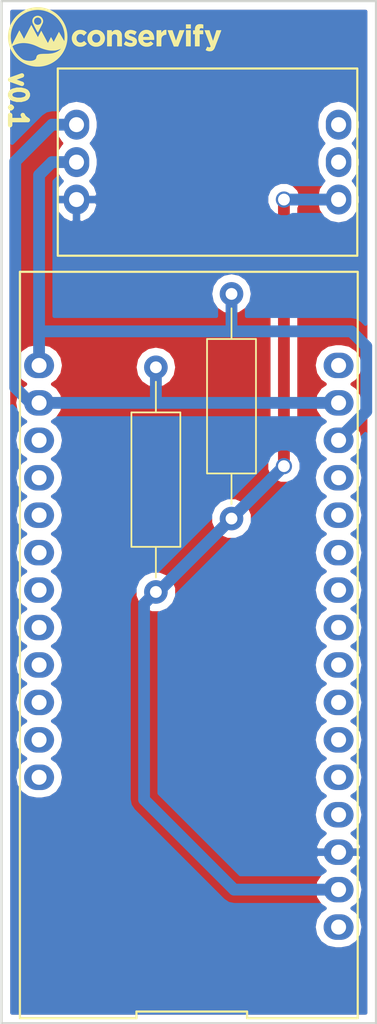
<source format=kicad_pcb>
(kicad_pcb (version 4) (host pcbnew 4.0.7-e2-6376~58~ubuntu16.04.1)

  (general
    (links 10)
    (no_connects 1)
    (area 104.064999 57.582999 129.615001 127.075001)
    (thickness 1.6)
    (drawings 5)
    (tracks 35)
    (zones 0)
    (modules 5)
    (nets 29)
  )

  (page A4)
  (layers
    (0 F.Cu signal)
    (31 B.Cu signal)
    (32 B.Adhes user)
    (33 F.Adhes user)
    (34 B.Paste user)
    (35 F.Paste user)
    (36 B.SilkS user)
    (37 F.SilkS user)
    (38 B.Mask user)
    (39 F.Mask user)
    (40 Dwgs.User user)
    (41 Cmts.User user)
    (42 Eco1.User user)
    (43 Eco2.User user)
    (44 Edge.Cuts user)
    (45 Margin user)
    (46 B.CrtYd user)
    (47 F.CrtYd user)
    (48 B.Fab user)
    (49 F.Fab user)
  )

  (setup
    (last_trace_width 0.25)
    (user_trace_width 0.4)
    (user_trace_width 0.8)
    (trace_clearance 0.2)
    (zone_clearance 0.508)
    (zone_45_only no)
    (trace_min 0.2)
    (segment_width 0.2)
    (edge_width 0.15)
    (via_size 0.6)
    (via_drill 0.4)
    (via_min_size 0.4)
    (via_min_drill 0.3)
    (uvia_size 0.3)
    (uvia_drill 0.1)
    (uvias_allowed no)
    (uvia_min_size 0.2)
    (uvia_min_drill 0.1)
    (pcb_text_width 0.3)
    (pcb_text_size 1.5 1.5)
    (mod_edge_width 0.15)
    (mod_text_size 1 1)
    (mod_text_width 0.15)
    (pad_size 1.524 1.524)
    (pad_drill 0.762)
    (pad_to_mask_clearance 0.2)
    (aux_axis_origin 0 0)
    (visible_elements FFFFFF7F)
    (pcbplotparams
      (layerselection 0x01030_80000001)
      (usegerberextensions false)
      (excludeedgelayer true)
      (linewidth 0.100000)
      (plotframeref false)
      (viasonmask false)
      (mode 1)
      (useauxorigin false)
      (hpglpennumber 1)
      (hpglpenspeed 20)
      (hpglpendiameter 15)
      (hpglpenoverlay 2)
      (psnegative false)
      (psa4output false)
      (plotreference true)
      (plotvalue true)
      (plotinvisibletext false)
      (padsonsilk false)
      (subtractmaskfromsilk false)
      (outputformat 1)
      (mirror false)
      (drillshape 0)
      (scaleselection 1)
      (outputdirectory gerbers))
  )

  (net 0 "")
  (net 1 GND)
  (net 2 "Net-(U1-Pad1)")
  (net 3 +3V3)
  (net 4 "Net-(U1-Pad4)")
  (net 5 "Net-(U1-Pad28)")
  (net 6 "Net-(U1-Pad5)")
  (net 7 "Net-(U1-Pad27)")
  (net 8 "Net-(U1-Pad6)")
  (net 9 "Net-(U1-Pad26)")
  (net 10 "Net-(U1-Pad7)")
  (net 11 "Net-(U1-Pad25)")
  (net 12 "Net-(U1-Pad8)")
  (net 13 "Net-(U1-Pad24)")
  (net 14 "Net-(U1-Pad9)")
  (net 15 "Net-(U1-Pad23)")
  (net 16 "Net-(U1-Pad10)")
  (net 17 "Net-(U1-Pad11)")
  (net 18 "Net-(U1-Pad12)")
  (net 19 "Net-(U1-Pad13)")
  (net 20 /RX)
  (net 21 "Net-(U1-Pad16)")
  (net 22 /SDA)
  (net 23 "Net-(U1-Pad22)")
  (net 24 "Net-(U1-Pad21)")
  (net 25 "Net-(U1-Pad20)")
  (net 26 "Net-(U1-Pad19)")
  (net 27 "Net-(U2-Pad6)")
  (net 28 "Net-(U2-Pad5)")

  (net_class Default "This is the default net class."
    (clearance 0.2)
    (trace_width 0.25)
    (via_dia 0.6)
    (via_drill 0.4)
    (uvia_dia 0.3)
    (uvia_drill 0.1)
    (add_net +3V3)
    (add_net /RX)
    (add_net /SDA)
    (add_net GND)
    (add_net "Net-(U1-Pad1)")
    (add_net "Net-(U1-Pad10)")
    (add_net "Net-(U1-Pad11)")
    (add_net "Net-(U1-Pad12)")
    (add_net "Net-(U1-Pad13)")
    (add_net "Net-(U1-Pad16)")
    (add_net "Net-(U1-Pad19)")
    (add_net "Net-(U1-Pad20)")
    (add_net "Net-(U1-Pad21)")
    (add_net "Net-(U1-Pad22)")
    (add_net "Net-(U1-Pad23)")
    (add_net "Net-(U1-Pad24)")
    (add_net "Net-(U1-Pad25)")
    (add_net "Net-(U1-Pad26)")
    (add_net "Net-(U1-Pad27)")
    (add_net "Net-(U1-Pad28)")
    (add_net "Net-(U1-Pad4)")
    (add_net "Net-(U1-Pad5)")
    (add_net "Net-(U1-Pad6)")
    (add_net "Net-(U1-Pad7)")
    (add_net "Net-(U1-Pad8)")
    (add_net "Net-(U1-Pad9)")
    (add_net "Net-(U2-Pad5)")
    (add_net "Net-(U2-Pad6)")
  )

  (module conservify:feather (layer F.Cu) (tedit 59DC0F9F) (tstamp 59DC0F75)
    (at 116.84 101.4222 90)
    (path /59DC1B7D)
    (fp_text reference U1 (at -26.43 0 180) (layer F.SilkS) hide
      (effects (font (size 1.2 1.2) (thickness 0.15)))
    )
    (fp_text value FEATHER (at 0 0 90) (layer F.Fab) hide
      (effects (font (size 1.2 1.2) (thickness 0.15)))
    )
    (fp_line (start -25.23 11.46) (end 25.4 11.46) (layer F.SilkS) (width 0.15))
    (fp_line (start 25.4 -11.46) (end -25.23 -11.46) (layer F.SilkS) (width 0.15))
    (fp_line (start 25.4 11.46) (end 25.4 -11.46) (layer F.SilkS) (width 0.15))
    (fp_line (start -25.23 -11.46) (end -25.23 -3.553333) (layer F.SilkS) (width 0.15))
    (fp_line (start -25.23 -3.553333) (end -24.78 -3.553333) (layer F.SilkS) (width 0.15))
    (fp_line (start -24.78 -3.553333) (end -24.78 3.953333) (layer F.SilkS) (width 0.15))
    (fp_line (start -24.78 3.953333) (end -25.23 3.953333) (layer F.SilkS) (width 0.15))
    (fp_line (start -25.23 3.953333) (end -25.23 11.46) (layer F.SilkS) (width 0.15))
    (pad 1 thru_hole oval (at -19.05 10.16 90) (size 1.7272 2.032) (drill 1.016) (layers *.Cu *.Mask)
      (net 2 "Net-(U1-Pad1)"))
    (pad 2 thru_hole oval (at -16.51 10.16 90) (size 1.7272 2.032) (drill 1.016) (layers *.Cu *.Mask)
      (net 3 +3V3))
    (pad 3 thru_hole oval (at -13.97 10.16 90) (size 1.7272 2.032) (drill 1.016) (layers *.Cu *.Mask)
      (net 1 GND))
    (pad 4 thru_hole oval (at -11.43 10.16 90) (size 1.7272 2.032) (drill 1.016) (layers *.Cu *.Mask)
      (net 4 "Net-(U1-Pad4)"))
    (pad 28 thru_hole oval (at -8.89 -10.16 90) (size 1.7272 2.032) (drill 1.016) (layers *.Cu *.Mask)
      (net 5 "Net-(U1-Pad28)"))
    (pad 5 thru_hole oval (at -8.89 10.16 90) (size 1.7272 2.032) (drill 1.016) (layers *.Cu *.Mask)
      (net 6 "Net-(U1-Pad5)"))
    (pad 27 thru_hole oval (at -6.35 -10.16 90) (size 1.7272 2.032) (drill 1.016) (layers *.Cu *.Mask)
      (net 7 "Net-(U1-Pad27)"))
    (pad 6 thru_hole oval (at -6.35 10.16 90) (size 1.7272 2.032) (drill 1.016) (layers *.Cu *.Mask)
      (net 8 "Net-(U1-Pad6)"))
    (pad 26 thru_hole oval (at -3.81 -10.16 90) (size 1.7272 2.032) (drill 1.016) (layers *.Cu *.Mask)
      (net 9 "Net-(U1-Pad26)"))
    (pad 7 thru_hole oval (at -3.81 10.16 90) (size 1.7272 2.032) (drill 1.016) (layers *.Cu *.Mask)
      (net 10 "Net-(U1-Pad7)"))
    (pad 25 thru_hole oval (at -1.27 -10.16 90) (size 1.7272 2.032) (drill 1.016) (layers *.Cu *.Mask)
      (net 11 "Net-(U1-Pad25)"))
    (pad 8 thru_hole oval (at -1.27 10.16 90) (size 1.7272 2.032) (drill 1.016) (layers *.Cu *.Mask)
      (net 12 "Net-(U1-Pad8)"))
    (pad 24 thru_hole oval (at 1.27 -10.16 90) (size 1.7272 2.032) (drill 1.016) (layers *.Cu *.Mask)
      (net 13 "Net-(U1-Pad24)"))
    (pad 9 thru_hole oval (at 1.27 10.16 90) (size 1.7272 2.032) (drill 1.016) (layers *.Cu *.Mask)
      (net 14 "Net-(U1-Pad9)"))
    (pad 23 thru_hole oval (at 3.81 -10.16 90) (size 1.7272 2.032) (drill 1.016) (layers *.Cu *.Mask)
      (net 15 "Net-(U1-Pad23)"))
    (pad 10 thru_hole oval (at 3.81 10.16 90) (size 1.7272 2.032) (drill 1.016) (layers *.Cu *.Mask)
      (net 16 "Net-(U1-Pad10)"))
    (pad 22 thru_hole oval (at 6.35 -10.16 90) (size 1.7272 2.032) (drill 1.016) (layers *.Cu *.Mask)
      (net 23 "Net-(U1-Pad22)"))
    (pad 11 thru_hole oval (at 6.35 10.16 90) (size 1.7272 2.032) (drill 1.016) (layers *.Cu *.Mask)
      (net 17 "Net-(U1-Pad11)"))
    (pad 21 thru_hole oval (at 8.89 -10.16 90) (size 1.7272 2.032) (drill 1.016) (layers *.Cu *.Mask)
      (net 24 "Net-(U1-Pad21)"))
    (pad 12 thru_hole oval (at 8.89 10.16 90) (size 1.7272 2.032) (drill 1.016) (layers *.Cu *.Mask)
      (net 18 "Net-(U1-Pad12)"))
    (pad 20 thru_hole oval (at 11.43 -10.16 90) (size 1.7272 2.032) (drill 1.016) (layers *.Cu *.Mask)
      (net 25 "Net-(U1-Pad20)"))
    (pad 13 thru_hole oval (at 11.43 10.16 90) (size 1.7272 2.032) (drill 1.016) (layers *.Cu *.Mask)
      (net 19 "Net-(U1-Pad13)"))
    (pad 19 thru_hole oval (at 13.97 -10.16 90) (size 1.7272 2.032) (drill 1.016) (layers *.Cu *.Mask)
      (net 26 "Net-(U1-Pad19)"))
    (pad 14 thru_hole oval (at 13.97 10.16 90) (size 1.7272 2.032) (drill 1.016) (layers *.Cu *.Mask)
      (net 22 /SDA))
    (pad 18 thru_hole oval (at 16.51 -10.16 90) (size 1.7272 2.032) (drill 1.016) (layers *.Cu *.Mask)
      (net 20 /RX))
    (pad 15 thru_hole oval (at 16.51 10.16 90) (size 1.7272 2.032) (drill 1.016) (layers *.Cu *.Mask)
      (net 20 /RX))
    (pad 17 thru_hole oval (at 19.05 -10.16 90) (size 1.7272 2.032) (drill 1.016) (layers *.Cu *.Mask)
      (net 22 /SDA))
    (pad 16 thru_hole oval (at 19.05 10.16 90) (size 1.7272 2.032) (drill 1.016) (layers *.Cu *.Mask)
      (net 21 "Net-(U1-Pad16)"))
  )

  (module conservify:atlas_sensor_board (layer F.Cu) (tedit 59557F29) (tstamp 59DC0F7F)
    (at 116.84 68.58)
    (path /59DC0D5C)
    (fp_text reference U2 (at 1.27 0.5) (layer F.SilkS) hide
      (effects (font (size 1 1) (thickness 0.15)))
    )
    (fp_text value ATLAS_SENSOR (at 1.27 -2.54) (layer F.Fab) hide
      (effects (font (size 1 1) (thickness 0.15)))
    )
    (fp_line (start -8.89 6.35) (end -8.89 -6.35) (layer F.SilkS) (width 0.15))
    (fp_line (start 11.43 6.35) (end -8.89 6.35) (layer F.SilkS) (width 0.15))
    (fp_line (start 11.43 -6.35) (end 11.43 6.35) (layer F.SilkS) (width 0.15))
    (fp_line (start -8.89 -6.35) (end 11.43 -6.35) (layer F.SilkS) (width 0.15))
    (pad 1 thru_hole oval (at -7.62 -2.54) (size 1.7272 2.032) (drill 1.016) (layers *.Cu *.Mask)
      (net 20 /RX))
    (pad 2 thru_hole oval (at -7.62 0) (size 1.7272 2.032) (drill 1.016) (layers *.Cu *.Mask)
      (net 22 /SDA))
    (pad 4 thru_hole oval (at -7.62 2.54) (size 1.7272 2.032) (drill 1.016) (layers *.Cu *.Mask)
      (net 1 GND))
    (pad 6 thru_hole oval (at 10.16 -2.54) (size 1.7272 2.032) (drill 1.016) (layers *.Cu *.Mask)
      (net 27 "Net-(U2-Pad6)"))
    (pad 5 thru_hole oval (at 10.16 0) (size 1.7272 2.032) (drill 1.016) (layers *.Cu *.Mask)
      (net 28 "Net-(U2-Pad5)"))
    (pad 3 thru_hole oval (at 10.16 2.54) (size 1.7272 2.032) (drill 1.016) (layers *.Cu *.Mask)
      (net 3 +3V3))
  )

  (module conservify:conservify_text_negative_5000 (layer F.Cu) (tedit 0) (tstamp 59DC110A)
    (at 111.8108 60.0964)
    (fp_text reference G*** (at 0 0) (layer F.SilkS) hide
      (effects (font (thickness 0.3)))
    )
    (fp_text value LOGO (at 0.75 0) (layer F.SilkS) hide
      (effects (font (thickness 0.3)))
    )
    (fp_poly (pts (xy -5.169353 -2.019174) (xy -5.12465 -2.018697) (xy -5.086161 -2.017722) (xy -5.051911 -2.016103)
      (xy -5.019928 -2.013694) (xy -4.98824 -2.010346) (xy -4.954873 -2.005915) (xy -4.917856 -2.000252)
      (xy -4.878183 -1.993712) (xy -4.7419 -1.96567) (xy -4.608372 -1.92806) (xy -4.47807 -1.88121)
      (xy -4.351467 -1.825451) (xy -4.229033 -1.761115) (xy -4.111241 -1.688531) (xy -3.99856 -1.60803)
      (xy -3.891464 -1.519942) (xy -3.790422 -1.424598) (xy -3.695907 -1.322328) (xy -3.60839 -1.213463)
      (xy -3.528342 -1.098333) (xy -3.474321 -1.009523) (xy -3.407437 -0.882908) (xy -3.350298 -0.753481)
      (xy -3.302895 -0.621201) (xy -3.265216 -0.486025) (xy -3.237251 -0.347912) (xy -3.218992 -0.20682)
      (xy -3.210427 -0.062706) (xy -3.211265 0.077191) (xy -3.221474 0.217094) (xy -3.241596 0.355535)
      (xy -3.271428 0.492002) (xy -3.310768 0.625982) (xy -3.359413 0.756966) (xy -3.417161 0.884441)
      (xy -3.483809 1.007896) (xy -3.559156 1.12682) (xy -3.642998 1.240702) (xy -3.698597 1.307904)
      (xy -3.728452 1.341048) (xy -3.764093 1.378352) (xy -3.803487 1.417854) (xy -3.844601 1.457592)
      (xy -3.885403 1.495603) (xy -3.923858 1.529925) (xy -3.957935 1.558596) (xy -3.960207 1.560423)
      (xy -4.074782 1.645909) (xy -4.194337 1.722826) (xy -4.318323 1.790871) (xy -4.446188 1.84974)
      (xy -4.56692 1.895583) (xy -4.704589 1.937412) (xy -4.843932 1.969322) (xy -4.984562 1.991261)
      (xy -5.126089 2.003176) (xy -5.268124 2.005017) (xy -5.35686 2.001036) (xy -5.49849 1.986489)
      (xy -5.638004 1.962129) (xy -5.774935 1.928166) (xy -5.908818 1.884814) (xy -6.039188 1.832282)
      (xy -6.165579 1.770784) (xy -6.287525 1.70053) (xy -6.404562 1.621732) (xy -6.516223 1.534601)
      (xy -6.622043 1.43935) (xy -6.647112 1.414711) (xy -6.743987 1.310774) (xy -6.832629 1.201172)
      (xy -6.912895 1.086383) (xy -6.984644 0.966887) (xy -7.047733 0.843162) (xy -7.10202 0.715689)
      (xy -7.135913 0.617962) (xy -6.937728 0.617962) (xy -6.936725 0.624994) (xy -6.932063 0.639772)
      (xy -6.92433 0.660812) (xy -6.914111 0.686632) (xy -6.901995 0.715747) (xy -6.888569 0.746674)
      (xy -6.874455 0.777852) (xy -6.860379 0.806462) (xy -6.842041 0.841071) (xy -6.82084 0.879244)
      (xy -6.798176 0.918545) (xy -6.775447 0.956537) (xy -6.754054 0.990783) (xy -6.739186 1.01334)
      (xy -6.669413 1.1086) (xy -6.592119 1.200922) (xy -6.508799 1.288805) (xy -6.420948 1.370748)
      (xy -6.33006 1.445252) (xy -6.25525 1.499111) (xy -6.206681 1.527214) (xy -6.149055 1.552242)
      (xy -6.083061 1.573998) (xy -6.009386 1.592281) (xy -5.928717 1.606894) (xy -5.84708 1.61711)
      (xy -5.820484 1.618829) (xy -5.787037 1.61958) (xy -5.749999 1.619402) (xy -5.71263 1.618332)
      (xy -5.678189 1.616407) (xy -5.661273 1.614958) (xy -5.594366 1.605374) (xy -5.53241 1.590722)
      (xy -5.476557 1.571396) (xy -5.427956 1.547796) (xy -5.387998 1.520517) (xy -5.361772 1.496)
      (xy -5.342178 1.470001) (xy -5.327864 1.44005) (xy -5.317479 1.40368) (xy -5.313831 1.385153)
      (xy -5.302791 1.336492) (xy -5.288017 1.296209) (xy -5.268741 1.262966) (xy -5.244199 1.235424)
      (xy -5.215577 1.213494) (xy -5.188692 1.19806) (xy -5.158777 1.184824) (xy -5.125009 1.173664)
      (xy -5.08656 1.164453) (xy -5.042607 1.157068) (xy -4.992323 1.151384) (xy -4.934883 1.147276)
      (xy -4.869461 1.14462) (xy -4.795233 1.14329) (xy -4.749275 1.143078) (xy -4.630008 1.141689)
      (xy -4.520412 1.137672) (xy -4.420518 1.131031) (xy -4.330358 1.121768) (xy -4.24996 1.109885)
      (xy -4.19608 1.099253) (xy -4.095683 1.07253) (xy -3.999993 1.038209) (xy -3.909694 0.996668)
      (xy -3.825474 0.948285) (xy -3.748015 0.893439) (xy -3.678004 0.832508) (xy -3.638322 0.79149)
      (xy -3.619725 0.770905) (xy -3.672953 0.797618) (xy -3.700092 0.810731) (xy -3.729781 0.824268)
      (xy -3.757589 0.83624) (xy -3.771556 0.841856) (xy -3.808129 0.854596) (xy -3.851836 0.867594)
      (xy -3.8997 0.880116) (xy -3.948745 0.891427) (xy -3.995992 0.900791) (xy -4.03606 0.907157)
      (xy -4.071792 0.910865) (xy -4.115056 0.913633) (xy -4.163267 0.915438) (xy -4.21384 0.916259)
      (xy -4.264188 0.916075) (xy -4.311726 0.914862) (xy -4.353869 0.9126) (xy -4.3815 0.910074)
      (xy -4.515955 0.889983) (xy -4.652526 0.86067) (xy -4.789902 0.822477) (xy -4.926774 0.775746)
      (xy -4.989424 0.751388) (xy -5.010522 0.74281) (xy -5.030366 0.734601) (xy -5.050129 0.726234)
      (xy -5.070988 0.717185) (xy -5.094116 0.706928) (xy -5.120688 0.694938) (xy -5.151879 0.680689)
      (xy -5.188862 0.663657) (xy -5.232814 0.643315) (xy -5.27939 0.621701) (xy -5.414025 0.563475)
      (xy -5.547677 0.514224) (xy -5.680045 0.473968) (xy -5.810828 0.442726) (xy -5.939723 0.420518)
      (xy -6.066431 0.407364) (xy -6.190648 0.403285) (xy -6.312074 0.4083) (xy -6.430407 0.42243)
      (xy -6.545345 0.445693) (xy -6.656586 0.47811) (xy -6.76383 0.519701) (xy -6.771421 0.523065)
      (xy -6.796139 0.534663) (xy -6.822935 0.548165) (xy -6.850208 0.562655) (xy -6.876359 0.577221)
      (xy -6.899788 0.590949) (xy -6.918894 0.602927) (xy -6.932076 0.612242) (xy -6.937728 0.617962)
      (xy -7.135913 0.617962) (xy -7.147364 0.584945) (xy -7.183622 0.45141) (xy -7.210651 0.315564)
      (xy -7.228311 0.177884) (xy -7.236459 0.038851) (xy -7.235357 -0.063528) (xy -7.050719 -0.063528)
      (xy -7.050692 -0.003455) (xy -7.049248 0.058151) (xy -7.046463 0.118707) (xy -7.042411 0.175634)
      (xy -7.037168 0.22635) (xy -7.034071 0.24892) (xy -7.028491 0.283259) (xy -7.021958 0.319522)
      (xy -7.014768 0.356431) (xy -7.007217 0.392706) (xy -6.999601 0.42707) (xy -6.992215 0.458243)
      (xy -6.985356 0.484947) (xy -6.979319 0.505903) (xy -6.974401 0.519833) (xy -6.970897 0.525458)
      (xy -6.970113 0.525286) (xy -6.967519 0.520516) (xy -6.960619 0.50728) (xy -6.949713 0.486167)
      (xy -6.935105 0.457766) (xy -6.917094 0.422666) (xy -6.895983 0.381455) (xy -6.872074 0.334723)
      (xy -6.845667 0.283059) (xy -6.817064 0.227052) (xy -6.786567 0.16729) (xy -6.754477 0.104363)
      (xy -6.721096 0.03886) (xy -6.719986 0.036681) (xy -6.686556 -0.028879) (xy -6.654382 -0.091859)
      (xy -6.623764 -0.151673) (xy -6.595008 -0.207733) (xy -6.568416 -0.259452) (xy -6.544291 -0.306243)
      (xy -6.522937 -0.347518) (xy -6.504657 -0.38269) (xy -6.489754 -0.411173) (xy -6.478532 -0.432378)
      (xy -6.471294 -0.445719) (xy -6.468342 -0.450609) (xy -6.468321 -0.450619) (xy -6.465301 -0.446462)
      (xy -6.457936 -0.434071) (xy -6.446635 -0.41419) (xy -6.431806 -0.387563) (xy -6.413859 -0.354936)
      (xy -6.393201 -0.317052) (xy -6.370244 -0.274657) (xy -6.345394 -0.228494) (xy -6.319061 -0.17931)
      (xy -6.310039 -0.1624) (xy -6.283304 -0.112343) (xy -6.257931 -0.065029) (xy -6.234328 -0.021207)
      (xy -6.212904 0.018376) (xy -6.194065 0.052972) (xy -6.178219 0.081832) (xy -6.165776 0.104208)
      (xy -6.157142 0.119351) (xy -6.152726 0.126515) (xy -6.152264 0.127) (xy -6.149495 0.122584)
      (xy -6.142378 0.109735) (xy -6.131222 0.089043) (xy -6.116341 0.061104) (xy -6.098045 0.026509)
      (xy -6.076646 -0.014149) (xy -6.052457 -0.060275) (xy -6.025788 -0.111278) (xy -5.996951 -0.166564)
      (xy -5.966258 -0.225539) (xy -5.934021 -0.287611) (xy -5.906018 -0.34163) (xy -5.872706 -0.405916)
      (xy -5.840682 -0.46766) (xy -5.810258 -0.526266) (xy -5.781746 -0.581134) (xy -5.755458 -0.631665)
      (xy -5.731706 -0.677262) (xy -5.710801 -0.717325) (xy -5.693057 -0.751256) (xy -5.678785 -0.778456)
      (xy -5.668297 -0.798326) (xy -5.661905 -0.810268) (xy -5.659934 -0.813731) (xy -5.65711 -0.809861)
      (xy -5.649858 -0.797638) (xy -5.638513 -0.77768) (xy -5.623415 -0.750606) (xy -5.604903 -0.717034)
      (xy -5.583313 -0.677582) (xy -5.558985 -0.63287) (xy -5.532257 -0.583515) (xy -5.503467 -0.530136)
      (xy -5.472953 -0.473351) (xy -5.441053 -0.413779) (xy -5.4356 -0.403575) (xy -5.403491 -0.343525)
      (xy -5.372729 -0.286093) (xy -5.343652 -0.231905) (xy -5.316597 -0.181585) (xy -5.291902 -0.135758)
      (xy -5.269904 -0.095049) (xy -5.250942 -0.060082) (xy -5.235354 -0.031482) (xy -5.223475 -0.009875)
      (xy -5.215646 0.004116) (xy -5.212202 0.009866) (xy -5.21208 0.009979) (xy -5.209313 0.005593)
      (xy -5.202361 -0.006954) (xy -5.191689 -0.026785) (xy -5.177759 -0.053024) (xy -5.161034 -0.084797)
      (xy -5.141975 -0.121228) (xy -5.121046 -0.16144) (xy -5.09871 -0.204559) (xy -5.098034 -0.205867)
      (xy -5.075641 -0.249063) (xy -5.05461 -0.289375) (xy -5.035405 -0.325927) (xy -5.018494 -0.357844)
      (xy -5.004343 -0.384248) (xy -4.993418 -0.404266) (xy -4.986187 -0.417021) (xy -4.983115 -0.421637)
      (xy -4.983093 -0.42164) (xy -4.980245 -0.417263) (xy -4.972966 -0.404556) (xy -4.961604 -0.384157)
      (xy -4.946504 -0.356703) (xy -4.928013 -0.322832) (xy -4.906477 -0.283181) (xy -4.882242 -0.238388)
      (xy -4.855655 -0.18909) (xy -4.827063 -0.135925) (xy -4.79681 -0.079531) (xy -4.767161 -0.02413)
      (xy -4.735423 0.035227) (xy -4.704876 0.092333) (xy -4.675885 0.146507) (xy -4.648812 0.197071)
      (xy -4.624022 0.243346) (xy -4.601878 0.284654) (xy -4.582745 0.320315) (xy -4.566986 0.349652)
      (xy -4.554965 0.371985) (xy -4.547045 0.386636) (xy -4.54375 0.39265) (xy -4.532838 0.41192)
      (xy -4.428302 0.20977) (xy -4.406623 0.168026) (xy -4.386293 0.129223) (xy -4.367797 0.094263)
      (xy -4.35162 0.064045) (xy -4.338246 0.03947) (xy -4.328162 0.02144) (xy -4.321851 0.010855)
      (xy -4.319866 0.008346) (xy -4.316662 0.012839) (xy -4.309258 0.025306) (xy -4.298213 0.044745)
      (xy -4.284086 0.070151) (xy -4.267433 0.100523) (xy -4.248813 0.134855) (xy -4.228824 0.17207)
      (xy -4.208864 0.209178) (xy -4.190352 0.243159) (xy -4.173836 0.273041) (xy -4.159864 0.297849)
      (xy -4.148986 0.316608) (xy -4.14175 0.328346) (xy -4.138704 0.332089) (xy -4.138694 0.33208)
      (xy -4.135935 0.327192) (xy -4.128886 0.313982) (xy -4.117917 0.293159) (xy -4.103395 0.26543)
      (xy -4.08569 0.231502) (xy -4.06517 0.192084) (xy -4.042205 0.147882) (xy -4.017163 0.099605)
      (xy -3.990413 0.04796) (xy -3.962323 -0.006345) (xy -3.961424 -0.008085) (xy -3.933328 -0.062376)
      (xy -3.906568 -0.113957) (xy -3.881511 -0.162129) (xy -3.858524 -0.206194) (xy -3.837975 -0.24545)
      (xy -3.820229 -0.2792) (xy -3.805653 -0.306744) (xy -3.794616 -0.327382) (xy -3.787483 -0.340414)
      (xy -3.784621 -0.345143) (xy -3.7846 -0.345149) (xy -3.781708 -0.340843) (xy -3.774162 -0.328429)
      (xy -3.76237 -0.308608) (xy -3.746743 -0.282081) (xy -3.72769 -0.249549) (xy -3.705621 -0.211711)
      (xy -3.680946 -0.169269) (xy -3.654073 -0.122923) (xy -3.625413 -0.073373) (xy -3.601993 -0.032799)
      (xy -3.57223 0.01867) (xy -3.543904 0.067388) (xy -3.517424 0.112664) (xy -3.493201 0.153809)
      (xy -3.471647 0.190132) (xy -3.453173 0.220944) (xy -3.438189 0.245555) (xy -3.427106 0.263275)
      (xy -3.420335 0.273413) (xy -3.418304 0.275608) (xy -3.414925 0.267216) (xy -3.411544 0.249999)
      (xy -3.408264 0.225294) (xy -3.405187 0.194435) (xy -3.402414 0.158758) (xy -3.400049 0.119598)
      (xy -3.398194 0.078291) (xy -3.396951 0.036171) (xy -3.396422 -0.005426) (xy -3.396411 -0.01016)
      (xy -3.397736 -0.097532) (xy -3.402118 -0.178016) (xy -3.40988 -0.254509) (xy -3.421344 -0.329908)
      (xy -3.436834 -0.40711) (xy -3.444296 -0.43942) (xy -3.480006 -0.568595) (xy -3.524391 -0.692943)
      (xy -3.577793 -0.813242) (xy -3.640551 -0.930268) (xy -3.703842 -1.03124) (xy -3.740245 -1.084026)
      (xy -3.775594 -1.131784) (xy -3.811827 -1.176854) (xy -3.850886 -1.221571) (xy -3.894709 -1.268275)
      (xy -3.931635 -1.305779) (xy -3.998859 -1.370508) (xy -4.064027 -1.427962) (xy -4.12951 -1.480009)
      (xy -4.197679 -1.528519) (xy -4.270903 -1.57536) (xy -4.28233 -1.582274) (xy -4.400261 -1.647343)
      (xy -4.521572 -1.703048) (xy -4.645733 -1.749404) (xy -4.772216 -1.786424) (xy -4.900492 -1.814123)
      (xy -5.030034 -1.832516) (xy -5.160313 -1.841616) (xy -5.290799 -1.841438) (xy -5.420965 -1.831997)
      (xy -5.550283 -1.813307) (xy -5.678223 -1.785382) (xy -5.804257 -1.748237) (xy -5.927857 -1.701886)
      (xy -6.048495 -1.646343) (xy -6.165641 -1.581623) (xy -6.2484 -1.52876) (xy -6.357787 -1.448631)
      (xy -6.460238 -1.361309) (xy -6.555482 -1.267252) (xy -6.64325 -1.16692) (xy -6.723274 -1.060772)
      (xy -6.795283 -0.949267) (xy -6.859008 -0.832864) (xy -6.914181 -0.712023) (xy -6.96053 -0.587203)
      (xy -6.997788 -0.458864) (xy -7.025684 -0.327463) (xy -7.04395 -0.193461) (xy -7.046224 -0.168756)
      (xy -7.049255 -0.119489) (xy -7.050719 -0.063528) (xy -7.235357 -0.063528) (xy -7.234952 -0.101056)
      (xy -7.223649 -0.241359) (xy -7.202407 -0.381578) (xy -7.193337 -0.427066) (xy -7.15934 -0.563928)
      (xy -7.116208 -0.696882) (xy -7.064305 -0.825575) (xy -7.003995 -0.949659) (xy -6.935641 -1.068783)
      (xy -6.859607 -1.182595) (xy -6.776258 -1.290746) (xy -6.685956 -1.392885) (xy -6.589067 -1.488661)
      (xy -6.485952 -1.577724) (xy -6.376977 -1.659723) (xy -6.262505 -1.734308) (xy -6.142901 -1.801128)
      (xy -6.018526 -1.859832) (xy -5.889747 -1.91007) (xy -5.756926 -1.951492) (xy -5.620426 -1.983746)
      (xy -5.56768 -1.993524) (xy -5.525895 -2.000512) (xy -5.489289 -2.006129) (xy -5.455912 -2.010521)
      (xy -5.423815 -2.013833) (xy -5.391047 -2.016212) (xy -5.355659 -2.017802) (xy -5.3157 -2.01875)
      (xy -5.269222 -2.0192) (xy -5.22224 -2.0193) (xy -5.169353 -2.019174)) (layer F.SilkS) (width 0.01))
    (fp_poly (pts (xy 7.109594 -0.462221) (xy 7.145798 -0.462052) (xy 7.177351 -0.461788) (xy 7.203054 -0.461444)
      (xy 7.221711 -0.461034) (xy 7.232126 -0.460573) (xy 7.23392 -0.460277) (xy 7.232146 -0.454494)
      (xy 7.227002 -0.439916) (xy 7.218749 -0.417235) (xy 7.20765 -0.387146) (xy 7.19397 -0.35034)
      (xy 7.177971 -0.30751) (xy 7.159915 -0.259349) (xy 7.140066 -0.206551) (xy 7.118687 -0.149807)
      (xy 7.096041 -0.089811) (xy 7.072391 -0.027256) (xy 7.048 0.037166) (xy 7.023131 0.102762)
      (xy 6.998047 0.168839) (xy 6.973011 0.234704) (xy 6.948286 0.299665) (xy 6.924136 0.363028)
      (xy 6.900822 0.4241) (xy 6.878609 0.48219) (xy 6.857759 0.536604) (xy 6.838536 0.586649)
      (xy 6.821201 0.631632) (xy 6.806019 0.670861) (xy 6.793252 0.703643) (xy 6.783164 0.729284)
      (xy 6.776017 0.747093) (xy 6.772075 0.756376) (xy 6.771812 0.75692) (xy 6.739847 0.813114)
      (xy 6.705047 0.859738) (xy 6.667116 0.89706) (xy 6.625756 0.925348) (xy 6.580669 0.944869)
      (xy 6.55574 0.951626) (xy 6.519077 0.957665) (xy 6.476997 0.961308) (xy 6.434004 0.962342)
      (xy 6.394605 0.960556) (xy 6.385666 0.959622) (xy 6.332669 0.950288) (xy 6.279675 0.934511)
      (xy 6.26364 0.928564) (xy 6.242201 0.919783) (xy 6.220927 0.910202) (xy 6.201859 0.900847)
      (xy 6.187037 0.892745) (xy 6.178502 0.886922) (xy 6.177226 0.885116) (xy 6.179287 0.878794)
      (xy 6.185042 0.865127) (xy 6.193761 0.845645) (xy 6.204713 0.821872) (xy 6.217166 0.795337)
      (xy 6.230389 0.767566) (xy 6.24365 0.740087) (xy 6.25622 0.714425) (xy 6.267365 0.692108)
      (xy 6.276356 0.674663) (xy 6.282461 0.663617) (xy 6.284841 0.6604) (xy 6.291581 0.662543)
      (xy 6.304115 0.668059) (xy 6.314523 0.673142) (xy 6.355776 0.690069) (xy 6.395956 0.698856)
      (xy 6.433511 0.699257) (xy 6.45414 0.695369) (xy 6.470688 0.687629) (xy 6.488053 0.674626)
      (xy 6.503251 0.659127) (xy 6.513303 0.643905) (xy 6.515181 0.638657) (xy 6.513795 0.63182)
      (xy 6.508603 0.615563) (xy 6.499606 0.589888) (xy 6.486804 0.554796) (xy 6.470198 0.510287)
      (xy 6.449787 0.456364) (xy 6.425573 0.393027) (xy 6.397556 0.320276) (xy 6.365735 0.238114)
      (xy 6.330112 0.14654) (xy 6.30696 0.087197) (xy 6.279347 0.016451) (xy 6.252789 -0.051672)
      (xy 6.227518 -0.116571) (xy 6.203766 -0.177647) (xy 6.181765 -0.234301) (xy 6.161748 -0.285934)
      (xy 6.143947 -0.331944) (xy 6.128593 -0.371733) (xy 6.115919 -0.404702) (xy 6.106157 -0.430249)
      (xy 6.09954 -0.447777) (xy 6.096299 -0.456685) (xy 6.096 -0.457703) (xy 6.100944 -0.458945)
      (xy 6.115241 -0.459943) (xy 6.138086 -0.460681) (xy 6.168674 -0.461142) (xy 6.206199 -0.46131)
      (xy 6.249858 -0.461168) (xy 6.261948 -0.46108) (xy 6.427896 -0.45974) (xy 6.54963 -0.094532)
      (xy 6.671365 0.270676) (xy 6.754407 0.012148) (xy 6.771589 -0.04137) (xy 6.788958 -0.095517)
      (xy 6.806048 -0.148842) (xy 6.822394 -0.199891) (xy 6.837533 -0.247211) (xy 6.850998 -0.289351)
      (xy 6.862325 -0.324857) (xy 6.871048 -0.352276) (xy 6.8717 -0.35433) (xy 6.905951 -0.46228)
      (xy 7.069935 -0.46228) (xy 7.109594 -0.462221)) (layer F.SilkS) (width 0.01))
    (fp_poly (pts (xy -2.252552 -0.479628) (xy -2.182871 -0.469486) (xy -2.119076 -0.452282) (xy -2.060111 -0.427615)
      (xy -2.004916 -0.395082) (xy -1.952433 -0.35428) (xy -1.92611 -0.329905) (xy -1.89388 -0.298423)
      (xy -1.923863 -0.267322) (xy -1.937183 -0.253382) (xy -1.955655 -0.233883) (xy -1.977507 -0.210701)
      (xy -2.000968 -0.185716) (xy -2.021348 -0.163933) (xy -2.088851 -0.091645) (xy -2.123659 -0.123194)
      (xy -2.162767 -0.155646) (xy -2.199964 -0.179763) (xy -2.237363 -0.196538) (xy -2.277076 -0.206967)
      (xy -2.310856 -0.211321) (xy -2.3623 -0.210887) (xy -2.410234 -0.200921) (xy -2.454565 -0.181457)
      (xy -2.4952 -0.152533) (xy -2.516045 -0.132494) (xy -2.549095 -0.090924) (xy -2.573365 -0.045314)
      (xy -2.589107 0.005016) (xy -2.596575 0.060745) (xy -2.597304 0.08636) (xy -2.592876 0.143819)
      (xy -2.579766 0.197236) (xy -2.558266 0.245856) (xy -2.52867 0.288924) (xy -2.511525 0.307551)
      (xy -2.474958 0.338331) (xy -2.435627 0.360478) (xy -2.392143 0.374526) (xy -2.343117 0.381009)
      (xy -2.318856 0.3816) (xy -2.270197 0.377465) (xy -2.223776 0.365135) (xy -2.178283 0.344093)
      (xy -2.132408 0.313816) (xy -2.116386 0.30124) (xy -2.100886 0.288729) (xy -2.087758 0.27835)
      (xy -2.079587 0.272144) (xy -2.079067 0.27178) (xy -2.075263 0.271654) (xy -2.068637 0.275326)
      (xy -2.058465 0.283447) (xy -2.04402 0.296669) (xy -2.02458 0.315642) (xy -1.999418 0.341019)
      (xy -1.980532 0.360351) (xy -1.889402 0.454003) (xy -1.918791 0.483855) (xy -1.960751 0.522417)
      (xy -2.007136 0.557939) (xy -2.055521 0.588838) (xy -2.103481 0.613531) (xy -2.138409 0.627257)
      (xy -2.181219 0.638672) (xy -2.230759 0.647252) (xy -2.28394 0.652785) (xy -2.337679 0.655061)
      (xy -2.388887 0.653871) (xy -2.434479 0.649003) (xy -2.44094 0.647888) (xy -2.513776 0.629792)
      (xy -2.582996 0.603129) (xy -2.647593 0.568505) (xy -2.706558 0.526525) (xy -2.758882 0.477793)
      (xy -2.793793 0.43634) (xy -2.834392 0.374415) (xy -2.866123 0.308863) (xy -2.889086 0.240595)
      (xy -2.90338 0.170522) (xy -2.909104 0.099557) (xy -2.906356 0.028611) (xy -2.895235 -0.041404)
      (xy -2.875841 -0.109576) (xy -2.848273 -0.174994) (xy -2.812629 -0.236746) (xy -2.769008 -0.293919)
      (xy -2.71751 -0.345602) (xy -2.708031 -0.353734) (xy -2.648998 -0.397183) (xy -2.586176 -0.4316)
      (xy -2.519122 -0.457135) (xy -2.447393 -0.473941) (xy -2.370545 -0.482169) (xy -2.32918 -0.483111)
      (xy -2.252552 -0.479628)) (layer F.SilkS) (width 0.01))
    (fp_poly (pts (xy -1.206818 -0.48212) (xy -1.167048 -0.47894) (xy -1.139487 -0.474942) (xy -1.063055 -0.455923)
      (xy -0.991634 -0.428679) (xy -0.925753 -0.393651) (xy -0.865936 -0.351281) (xy -0.81271 -0.302011)
      (xy -0.766604 -0.246284) (xy -0.728142 -0.18454) (xy -0.697852 -0.117221) (xy -0.691447 -0.09906)
      (xy -0.673537 -0.030467) (xy -0.664299 0.040645) (xy -0.663621 0.112642) (xy -0.67139 0.183894)
      (xy -0.687494 0.25277) (xy -0.711821 0.317639) (xy -0.721425 0.33748) (xy -0.761008 0.403906)
      (xy -0.807799 0.463241) (xy -0.861532 0.515277) (xy -0.921936 0.559801) (xy -0.988745 0.596602)
      (xy -1.061689 0.62547) (xy -1.103207 0.637601) (xy -1.126087 0.643115) (xy -1.147109 0.647072)
      (xy -1.169042 0.649788) (xy -1.194657 0.651577) (xy -1.226723 0.652753) (xy -1.23952 0.653067)
      (xy -1.285911 0.653439) (xy -1.32368 0.652205) (xy -1.354249 0.649302) (xy -1.364709 0.647673)
      (xy -1.440984 0.629477) (xy -1.512286 0.60292) (xy -1.578118 0.568522) (xy -1.637986 0.526803)
      (xy -1.691391 0.478286) (xy -1.737837 0.42349) (xy -1.776828 0.362937) (xy -1.807868 0.297147)
      (xy -1.830458 0.22664) (xy -1.844104 0.151938) (xy -1.844987 0.143978) (xy -1.846923 0.090931)
      (xy -1.535816 0.090931) (xy -1.530307 0.143544) (xy -1.516743 0.193939) (xy -1.495299 0.240666)
      (xy -1.46615 0.282276) (xy -1.459365 0.289905) (xy -1.428811 0.319735) (xy -1.398254 0.342391)
      (xy -1.364309 0.360282) (xy -1.354693 0.364376) (xy -1.317884 0.375277) (xy -1.275826 0.380946)
      (xy -1.232 0.381342) (xy -1.189892 0.376424) (xy -1.154395 0.366696) (xy -1.106727 0.343644)
      (xy -1.065917 0.313495) (xy -1.032486 0.276708) (xy -1.008898 0.23782) (xy -0.992343 0.19935)
      (xy -0.98186 0.16272) (xy -0.97653 0.123853) (xy -0.97536 0.0889) (xy -0.979439 0.03116)
      (xy -0.991803 -0.020927) (xy -1.01264 -0.067849) (xy -1.042139 -0.110092) (xy -1.060385 -0.129797)
      (xy -1.101718 -0.163964) (xy -1.147093 -0.189145) (xy -1.195563 -0.205206) (xy -1.246181 -0.212011)
      (xy -1.298001 -0.209427) (xy -1.350076 -0.197318) (xy -1.397245 -0.177726) (xy -1.418962 -0.163478)
      (xy -1.442692 -0.142675) (xy -1.466014 -0.1179) (xy -1.486503 -0.091739) (xy -1.501738 -0.066775)
      (xy -1.502265 -0.065712) (xy -1.52197 -0.015147) (xy -1.533096 0.037551) (xy -1.535816 0.090931)
      (xy -1.846923 0.090931) (xy -1.847628 0.071634) (xy -1.840858 -0.000944) (xy -1.825065 -0.072202)
      (xy -1.800633 -0.140584) (xy -1.767949 -0.204534) (xy -1.752444 -0.228831) (xy -1.73123 -0.256913)
      (xy -1.704347 -0.287819) (xy -1.674543 -0.318681) (xy -1.644567 -0.346634) (xy -1.62078 -0.366135)
      (xy -1.569849 -0.399613) (xy -1.511994 -0.429144) (xy -1.450087 -0.453491) (xy -1.386994 -0.471418)
      (xy -1.366739 -0.47565) (xy -1.333336 -0.480166) (xy -1.293314 -0.482743) (xy -1.250024 -0.483391)
      (xy -1.206818 -0.48212)) (layer F.SilkS) (width 0.01))
    (fp_poly (pts (xy 2.188881 -0.480999) (xy 2.229996 -0.478017) (xy 2.266571 -0.473427) (xy 2.29362 -0.467886)
      (xy 2.360256 -0.44518) (xy 2.421429 -0.41406) (xy 2.47685 -0.374857) (xy 2.526229 -0.327903)
      (xy 2.569277 -0.273527) (xy 2.605705 -0.212059) (xy 2.635224 -0.143831) (xy 2.657546 -0.069173)
      (xy 2.662727 -0.045901) (xy 2.665902 -0.02645) (xy 2.668846 -0.001001) (xy 2.671461 0.02851)
      (xy 2.673653 0.060143) (xy 2.675323 0.091962) (xy 2.676375 0.12203) (xy 2.676713 0.148408)
      (xy 2.67624 0.16916) (xy 2.674859 0.182348) (xy 2.674226 0.184612) (xy 2.673014 0.186201)
      (xy 2.670229 0.187578) (xy 2.665193 0.188758) (xy 2.657229 0.189757) (xy 2.64566 0.190588)
      (xy 2.629807 0.191268) (xy 2.608993 0.191811) (xy 2.58254 0.192232) (xy 2.549771 0.192546)
      (xy 2.510007 0.192768) (xy 2.462571 0.192914) (xy 2.406785 0.192997) (xy 2.341972 0.193034)
      (xy 2.293076 0.19304) (xy 2.232116 0.193056) (xy 2.174203 0.193104) (xy 2.120126 0.193181)
      (xy 2.070673 0.193284) (xy 2.026633 0.193411) (xy 1.988794 0.193559) (xy 1.957945 0.193724)
      (xy 1.934873 0.193906) (xy 1.920368 0.1941) (xy 1.915217 0.194305) (xy 1.915214 0.19431)
      (xy 1.917501 0.204622) (xy 1.923039 0.221061) (xy 1.930657 0.240608) (xy 1.939187 0.260242)
      (xy 1.946707 0.275554) (xy 1.973314 0.315175) (xy 2.006802 0.347565) (xy 2.046683 0.372486)
      (xy 2.092469 0.389698) (xy 2.143671 0.398965) (xy 2.199802 0.400049) (xy 2.201965 0.399929)
      (xy 2.257417 0.392388) (xy 2.309993 0.376102) (xy 2.360801 0.350615) (xy 2.410945 0.315474)
      (xy 2.414852 0.312321) (xy 2.443488 0.288995) (xy 2.532022 0.366747) (xy 2.557205 0.389074)
      (xy 2.579632 0.409365) (xy 2.598229 0.426611) (xy 2.611916 0.439804) (xy 2.619618 0.447936)
      (xy 2.620918 0.44993) (xy 2.617482 0.456182) (xy 2.607756 0.467507) (xy 2.593257 0.482478)
      (xy 2.575504 0.499666) (xy 2.556014 0.517645) (xy 2.536306 0.534988) (xy 2.517897 0.550266)
      (xy 2.502305 0.562053) (xy 2.499963 0.563661) (xy 2.438851 0.59877) (xy 2.371979 0.62588)
      (xy 2.300266 0.644649) (xy 2.26822 0.650063) (xy 2.238279 0.652945) (xy 2.201763 0.654372)
      (xy 2.162144 0.654389) (xy 2.122895 0.653043) (xy 2.08749 0.650378) (xy 2.0647 0.6474)
      (xy 1.99026 0.63025) (xy 1.921368 0.604669) (xy 1.857607 0.570451) (xy 1.798561 0.52739)
      (xy 1.769557 0.501411) (xy 1.719797 0.446916) (xy 1.678455 0.38679) (xy 1.64566 0.321281)
      (xy 1.621542 0.250633) (xy 1.609868 0.19812) (xy 1.606088 0.167788) (xy 1.603888 0.130704)
      (xy 1.603239 0.090022) (xy 1.604114 0.048898) (xy 1.606485 0.010485) (xy 1.60832 -0.00508)
      (xy 1.911031 -0.00508) (xy 2.139155 -0.00508) (xy 2.193313 -0.0051) (xy 2.238179 -0.005182)
      (xy 2.274624 -0.00536) (xy 2.303514 -0.005667) (xy 2.325719 -0.006139) (xy 2.342108 -0.006807)
      (xy 2.353549 -0.007707) (xy 2.360911 -0.008873) (xy 2.365062 -0.010337) (xy 2.366873 -0.012135)
      (xy 2.367219 -0.01397) (xy 2.365195 -0.028789) (xy 2.359941 -0.049499) (xy 2.352463 -0.072759)
      (xy 2.343769 -0.095226) (xy 2.340562 -0.10242) (xy 2.316636 -0.144156) (xy 2.287512 -0.177368)
      (xy 2.252647 -0.202563) (xy 2.215711 -0.218871) (xy 2.197907 -0.224155) (xy 2.180947 -0.22718)
      (xy 2.161335 -0.228317) (xy 2.135573 -0.227939) (xy 2.131597 -0.227798) (xy 2.10633 -0.226525)
      (xy 2.087843 -0.224428) (xy 2.072754 -0.22078) (xy 2.057683 -0.214858) (xy 2.046491 -0.209541)
      (xy 2.009389 -0.185706) (xy 1.976932 -0.153361) (xy 1.94966 -0.113292) (xy 1.928114 -0.066286)
      (xy 1.913573 -0.01651) (xy 1.911031 -0.00508) (xy 1.60832 -0.00508) (xy 1.610323 -0.022062)
      (xy 1.611903 -0.030958) (xy 1.631471 -0.106203) (xy 1.659069 -0.17611) (xy 1.694236 -0.240199)
      (xy 1.736512 -0.297987) (xy 1.785436 -0.348993) (xy 1.840547 -0.392736) (xy 1.901387 -0.428734)
      (xy 1.967493 -0.456505) (xy 2.0366 -0.475205) (xy 2.067084 -0.479476) (xy 2.104545 -0.48181)
      (xy 2.146104 -0.48229) (xy 2.188881 -0.480999)) (layer F.SilkS) (width 0.01))
    (fp_poly (pts (xy 1.110773 -0.479527) (xy 1.181126 -0.471838) (xy 1.253807 -0.45645) (xy 1.328193 -0.433214)
      (xy 1.33096 -0.432206) (xy 1.35234 -0.423653) (xy 1.376737 -0.412748) (xy 1.40225 -0.40048)
      (xy 1.426979 -0.387833) (xy 1.449023 -0.375794) (xy 1.466483 -0.365351) (xy 1.477458 -0.35749)
      (xy 1.479895 -0.354877) (xy 1.479444 -0.348583) (xy 1.474372 -0.335164) (xy 1.464504 -0.31425)
      (xy 1.449665 -0.285473) (xy 1.42968 -0.248464) (xy 1.427103 -0.243771) (xy 1.410843 -0.214243)
      (xy 1.396235 -0.187787) (xy 1.383981 -0.165671) (xy 1.374784 -0.149162) (xy 1.369348 -0.139527)
      (xy 1.368182 -0.13757) (xy 1.363271 -0.138906) (xy 1.350844 -0.143995) (xy 1.332514 -0.15213)
      (xy 1.309895 -0.162604) (xy 1.296656 -0.168893) (xy 1.268361 -0.182035) (xy 1.239512 -0.194728)
      (xy 1.213064 -0.205714) (xy 1.191972 -0.213739) (xy 1.187691 -0.215198) (xy 1.142144 -0.227707)
      (xy 1.099799 -0.234571) (xy 1.061499 -0.235975) (xy 1.028087 -0.232108) (xy 1.000405 -0.223155)
      (xy 0.979298 -0.209304) (xy 0.965607 -0.19074) (xy 0.960176 -0.167651) (xy 0.96012 -0.164805)
      (xy 0.963049 -0.144426) (xy 0.972775 -0.127979) (xy 0.988607 -0.114054) (xy 1.013904 -0.09872)
      (xy 1.048798 -0.081917) (xy 1.093418 -0.063584) (xy 1.147897 -0.043657) (xy 1.16332 -0.038335)
      (xy 1.224648 -0.016438) (xy 1.276939 0.004375) (xy 1.321194 0.024576) (xy 1.358417 0.044634)
      (xy 1.389609 0.065021) (xy 1.399734 0.072672) (xy 1.438787 0.107969) (xy 1.468609 0.145651)
      (xy 1.489774 0.186928) (xy 1.502856 0.233009) (xy 1.50843 0.285102) (xy 1.508724 0.302057)
      (xy 1.504346 0.363511) (xy 1.491412 0.419573) (xy 1.470087 0.470062) (xy 1.440537 0.514798)
      (xy 1.402928 0.553599) (xy 1.357425 0.586285) (xy 1.304194 0.612675) (xy 1.243402 0.632587)
      (xy 1.196944 0.642488) (xy 1.173337 0.645428) (xy 1.142804 0.647637) (xy 1.10845 0.649047)
      (xy 1.073381 0.649588) (xy 1.040703 0.649194) (xy 1.013522 0.647795) (xy 1.0033 0.646742)
      (xy 0.943017 0.636078) (xy 0.879914 0.61982) (xy 0.818306 0.599238) (xy 0.76399 0.576313)
      (xy 0.744343 0.566264) (xy 0.721553 0.55355) (xy 0.697459 0.539325) (xy 0.673901 0.52474)
      (xy 0.652717 0.510951) (xy 0.635746 0.49911) (xy 0.624826 0.490369) (xy 0.622061 0.487294)
      (xy 0.623986 0.482125) (xy 0.630602 0.469939) (xy 0.64099 0.45219) (xy 0.65423 0.43033)
      (xy 0.669403 0.405813) (xy 0.685591 0.380094) (xy 0.701872 0.354624) (xy 0.71733 0.330859)
      (xy 0.731043 0.310251) (xy 0.742094 0.294254) (xy 0.749563 0.284321) (xy 0.751987 0.281848)
      (xy 0.757579 0.283439) (xy 0.76984 0.289578) (xy 0.786923 0.299273) (xy 0.805675 0.310708)
      (xy 0.865667 0.344634) (xy 0.927163 0.372312) (xy 0.987082 0.392357) (xy 0.987221 0.392395)
      (xy 1.009627 0.397722) (xy 1.031876 0.401158) (xy 1.057223 0.403045) (xy 1.088926 0.403728)
      (xy 1.09474 0.403748) (xy 1.122676 0.403623) (xy 1.142712 0.402942) (xy 1.157102 0.401407)
      (xy 1.168102 0.398724) (xy 1.177968 0.394596) (xy 1.182569 0.392225) (xy 1.205223 0.37522)
      (xy 1.219292 0.353341) (xy 1.224258 0.327402) (xy 1.224261 0.326779) (xy 1.221546 0.308554)
      (xy 1.212839 0.292241) (xy 1.197342 0.277259) (xy 1.174259 0.263026) (xy 1.142795 0.248959)
      (xy 1.102153 0.234477) (xy 1.09474 0.23208) (xy 1.046012 0.216484) (xy 1.005876 0.203561)
      (xy 0.973231 0.192935) (xy 0.946977 0.184227) (xy 0.926014 0.177061) (xy 0.909242 0.171057)
      (xy 0.895561 0.165839) (xy 0.883872 0.161029) (xy 0.873073 0.156248) (xy 0.8706 0.155114)
      (xy 0.815297 0.124883) (xy 0.768536 0.089162) (xy 0.745771 0.066418) (xy 0.717595 0.030556)
      (xy 0.697195 -0.006935) (xy 0.683902 -0.047952) (xy 0.677044 -0.094394) (xy 0.675715 -0.131878)
      (xy 0.678171 -0.181988) (xy 0.685745 -0.225636) (xy 0.698969 -0.265425) (xy 0.706474 -0.28189)
      (xy 0.735788 -0.330391) (xy 0.772411 -0.372393) (xy 0.815721 -0.407746) (xy 0.865094 -0.436299)
      (xy 0.919909 -0.457904) (xy 0.979542 -0.47241) (xy 1.043371 -0.479668) (xy 1.110773 -0.479527)) (layer F.SilkS) (width 0.01))
    (fp_poly (pts (xy 4.717974 -0.43307) (xy 4.714647 -0.424468) (xy 4.707875 -0.407053) (xy 4.697912 -0.381475)
      (xy 4.685011 -0.348383) (xy 4.669425 -0.308427) (xy 4.65141 -0.262258) (xy 4.631217 -0.210524)
      (xy 4.609101 -0.153877) (xy 4.585315 -0.092965) (xy 4.560114 -0.028439) (xy 4.533749 0.039052)
      (xy 4.506476 0.108858) (xy 4.503358 0.11684) (xy 4.299901 0.63754) (xy 4.156421 0.638889)
      (xy 4.11437 0.639246) (xy 4.081358 0.639396) (xy 4.056263 0.639282) (xy 4.037964 0.638843)
      (xy 4.02534 0.638023) (xy 4.017271 0.636763) (xy 4.012636 0.635005) (xy 4.010314 0.632691)
      (xy 4.009656 0.631269) (xy 4.007409 0.625441) (xy 4.001703 0.610757) (xy 3.992774 0.587825)
      (xy 3.98086 0.557251) (xy 3.966198 0.519644) (xy 3.949024 0.475612) (xy 3.929577 0.425761)
      (xy 3.908092 0.3707) (xy 3.884807 0.311036) (xy 3.859959 0.247377) (xy 3.833785 0.18033)
      (xy 3.806521 0.110503) (xy 3.796425 0.084646) (xy 3.768881 0.014069) (xy 3.742393 -0.053885)
      (xy 3.717192 -0.118612) (xy 3.693512 -0.179513) (xy 3.671586 -0.235985) (xy 3.651645 -0.287428)
      (xy 3.633923 -0.333242) (xy 3.618653 -0.372824) (xy 3.606066 -0.405574) (xy 3.596396 -0.430891)
      (xy 3.589876 -0.448173) (xy 3.586737 -0.45682) (xy 3.58648 -0.457713) (xy 3.591422 -0.458947)
      (xy 3.605703 -0.459941) (xy 3.628504 -0.460677) (xy 3.659005 -0.461138) (xy 3.696389 -0.461308)
      (xy 3.739836 -0.461171) (xy 3.752428 -0.46108) (xy 3.918376 -0.45974) (xy 4.037572 -0.102148)
      (xy 4.059288 -0.037239) (xy 4.079387 0.022358) (xy 4.097691 0.076131) (xy 4.114019 0.123569)
      (xy 4.128192 0.16416) (xy 4.140032 0.197393) (xy 4.149357 0.222756) (xy 4.15599 0.239738)
      (xy 4.15975 0.247827) (xy 4.1605 0.248372) (xy 4.162693 0.242506) (xy 4.167851 0.227783)
      (xy 4.175711 0.204976) (xy 4.186011 0.174861) (xy 4.198486 0.138212) (xy 4.212874 0.095804)
      (xy 4.228911 0.048413) (xy 4.246334 -0.003187) (xy 4.264879 -0.058222) (xy 4.28246 -0.11049)
      (xy 4.400686 -0.46228) (xy 4.729134 -0.46228) (xy 4.717974 -0.43307)) (layer F.SilkS) (width 0.01))
    (fp_poly (pts (xy 0.152549 -0.479912) (xy 0.177763 -0.479326) (xy 0.197224 -0.478091) (xy 0.213134 -0.475998)
      (xy 0.227695 -0.472837) (xy 0.243111 -0.468396) (xy 0.24384 -0.468169) (xy 0.289466 -0.451125)
      (xy 0.328363 -0.429988) (xy 0.363713 -0.402882) (xy 0.378925 -0.38862) (xy 0.416589 -0.344338)
      (xy 0.446564 -0.293509) (xy 0.468745 -0.23635) (xy 0.482427 -0.176847) (xy 0.483461 -0.165213)
      (xy 0.484399 -0.143874) (xy 0.485233 -0.113285) (xy 0.485958 -0.073901) (xy 0.486568 -0.026175)
      (xy 0.487057 0.029436) (xy 0.487421 0.092479) (xy 0.487652 0.162499) (xy 0.487745 0.239042)
      (xy 0.487746 0.2413) (xy 0.487833 0.62738) (xy 0.330276 0.628722) (xy 0.17272 0.630064)
      (xy 0.17272 0.298319) (xy 0.172705 0.229061) (xy 0.172628 0.169167) (xy 0.172439 0.117842)
      (xy 0.172089 0.074291) (xy 0.171529 0.037718) (xy 0.170709 0.007328) (xy 0.169581 -0.017674)
      (xy 0.168094 -0.038085) (xy 0.1662 -0.054699) (xy 0.163849 -0.068312) (xy 0.160993 -0.079719)
      (xy 0.157581 -0.089717) (xy 0.153564 -0.099099) (xy 0.148894 -0.108662) (xy 0.147309 -0.111781)
      (xy 0.127355 -0.140638) (xy 0.099778 -0.165564) (xy 0.071559 -0.182268) (xy 0.057129 -0.188466)
      (xy 0.043791 -0.192397) (xy 0.028494 -0.194557) (xy 0.008184 -0.195444) (xy -0.01016 -0.195572)
      (xy -0.03568 -0.195269) (xy -0.054093 -0.194028) (xy -0.068447 -0.191357) (xy -0.081786 -0.186763)
      (xy -0.091672 -0.182363) (xy -0.12611 -0.162263) (xy -0.152399 -0.137651) (xy -0.169016 -0.113)
      (xy -0.174603 -0.10259) (xy -0.179425 -0.092833) (xy -0.183538 -0.082927) (xy -0.186999 -0.072072)
      (xy -0.189864 -0.059466) (xy -0.192189 -0.044309) (xy -0.19403 -0.0258) (xy -0.195445 -0.003138)
      (xy -0.196489 0.024477) (xy -0.197218 0.057847) (xy -0.19769 0.097772) (xy -0.197959 0.145053)
      (xy -0.198084 0.200491) (xy -0.198119 0.264887) (xy -0.19812 0.300787) (xy -0.19812 0.62992)
      (xy -0.51308 0.62992) (xy -0.51308 -0.46228) (xy -0.19812 -0.46228) (xy -0.19813 -0.39243)
      (xy -0.198139 -0.32258) (xy -0.148397 -0.37084) (xy -0.116149 -0.400631) (xy -0.087145 -0.423758)
      (xy -0.058839 -0.44191) (xy -0.028688 -0.456774) (xy -0.00424 -0.46645) (xy 0.010155 -0.471483)
      (xy 0.022889 -0.475097) (xy 0.036081 -0.477526) (xy 0.051848 -0.479003) (xy 0.072308 -0.479761)
      (xy 0.099579 -0.480033) (xy 0.11938 -0.48006) (xy 0.152549 -0.479912)) (layer F.SilkS) (width 0.01))
    (fp_poly (pts (xy 3.492377 -0.484717) (xy 3.5052 -0.481499) (xy 3.5052 -0.158878) (xy 3.462319 -0.155398)
      (xy 3.401501 -0.146471) (xy 3.347551 -0.130068) (xy 3.300371 -0.10611) (xy 3.259863 -0.074518)
      (xy 3.22593 -0.035211) (xy 3.198473 0.011889) (xy 3.177395 0.066862) (xy 3.173955 0.07874)
      (xy 3.171422 0.088299) (xy 3.169292 0.097668) (xy 3.167523 0.107814) (xy 3.166072 0.119703)
      (xy 3.164897 0.134304) (xy 3.163955 0.152582) (xy 3.163204 0.175504) (xy 3.162602 0.204038)
      (xy 3.162105 0.23915) (xy 3.161672 0.281807) (xy 3.16126 0.332976) (xy 3.160959 0.37465)
      (xy 3.159162 0.62992) (xy 2.8448 0.62992) (xy 2.8448 -0.46228) (xy 3.15976 -0.46228)
      (xy 3.15999 -0.26162) (xy 3.176802 -0.292808) (xy 3.206542 -0.340816) (xy 3.240591 -0.383195)
      (xy 3.277803 -0.418886) (xy 3.317032 -0.446828) (xy 3.357132 -0.465962) (xy 3.367528 -0.469353)
      (xy 3.388635 -0.474551) (xy 3.413439 -0.479131) (xy 3.439133 -0.482748) (xy 3.462917 -0.485057)
      (xy 3.481984 -0.485714) (xy 3.492377 -0.484717)) (layer F.SilkS) (width 0.01))
    (fp_poly (pts (xy 5.157517 0.082549) (xy 5.156295 0.62738) (xy 4.998767 0.628722) (xy 4.84124 0.630064)
      (xy 4.84124 -0.46228) (xy 4.99999 -0.462281) (xy 5.15874 -0.462281) (xy 5.157517 0.082549)) (layer F.SilkS) (width 0.01))
    (fp_poly (pts (xy 5.80136 -0.87049) (xy 5.840867 -0.870153) (xy 5.872934 -0.869046) (xy 5.900269 -0.866853)
      (xy 5.925582 -0.863257) (xy 5.951582 -0.857942) (xy 5.980978 -0.850592) (xy 5.98805 -0.848703)
      (xy 6.00964 -0.842889) (xy 6.00964 -0.710461) (xy 6.009602 -0.670377) (xy 6.00944 -0.639347)
      (xy 6.009077 -0.616266) (xy 6.008435 -0.600028) (xy 6.00744 -0.589528) (xy 6.006014 -0.583661)
      (xy 6.004082 -0.581321) (xy 6.001567 -0.581402) (xy 6.00075 -0.581707) (xy 5.974195 -0.590485)
      (xy 5.941776 -0.597928) (xy 5.907776 -0.603213) (xy 5.876792 -0.605513) (xy 5.839687 -0.603553)
      (xy 5.810349 -0.595569) (xy 5.788104 -0.580928) (xy 5.772275 -0.558998) (xy 5.762184 -0.529147)
      (xy 5.757367 -0.493833) (xy 5.754376 -0.452301) (xy 5.879658 -0.450941) (xy 6.004941 -0.44958)
      (xy 6.004941 -0.19558) (xy 5.88283 -0.19422) (xy 5.76072 -0.19286) (xy 5.76072 0.62992)
      (xy 5.44576 0.62992) (xy 5.44576 -0.19304) (xy 5.31876 -0.19304) (xy 5.31876 -0.45212)
      (xy 5.444379 -0.45212) (xy 5.447016 -0.52705) (xy 5.448734 -0.559821) (xy 5.451416 -0.591702)
      (xy 5.45475 -0.619584) (xy 5.45836 -0.64008) (xy 5.475145 -0.694348) (xy 5.499103 -0.741429)
      (xy 5.530326 -0.78142) (xy 5.568906 -0.814418) (xy 5.614937 -0.840519) (xy 5.66851 -0.859821)
      (xy 5.66855 -0.859832) (xy 5.684295 -0.863822) (xy 5.69978 -0.866705) (xy 5.71708 -0.868646)
      (xy 5.73827 -0.869814) (xy 5.765428 -0.870373) (xy 5.800628 -0.870491) (xy 5.80136 -0.87049)) (layer F.SilkS) (width 0.01))
    (fp_poly (pts (xy 5.16636 -0.57912) (xy 4.83616 -0.57912) (xy 4.83616 -0.85852) (xy 5.16636 -0.85852)
      (xy 5.16636 -0.57912)) (layer F.SilkS) (width 0.01))
    (fp_poly (pts (xy -5.181097 -1.438992) (xy -5.125819 -1.427093) (xy -5.069208 -1.405592) (xy -5.055287 -1.399)
      (xy -5.030589 -1.386075) (xy -5.010339 -1.37317) (xy -4.991117 -1.357787) (xy -4.969504 -1.337427)
      (xy -4.965363 -1.333308) (xy -4.944858 -1.31207) (xy -4.929621 -1.29397) (xy -4.917189 -1.275555)
      (xy -4.905101 -1.25337) (xy -4.89783 -1.238569) (xy -4.882036 -1.203833) (xy -4.871073 -1.174264)
      (xy -4.864169 -1.146554) (xy -4.86055 -1.117394) (xy -4.859444 -1.083478) (xy -4.859465 -1.07442)
      (xy -4.859771 -1.057337) (xy -4.860643 -1.041342) (xy -4.862394 -1.025678) (xy -4.865338 -1.009588)
      (xy -4.869787 -0.992316) (xy -4.876055 -0.973105) (xy -4.884456 -0.951197) (xy -4.895302 -0.925837)
      (xy -4.908907 -0.896267) (xy -4.925584 -0.861731) (xy -4.945646 -0.821471) (xy -4.969407 -0.774731)
      (xy -4.99718 -0.720755) (xy -5.029278 -0.658785) (xy -5.040307 -0.63754) (xy -5.066354 -0.587481)
      (xy -5.091178 -0.53995) (xy -5.114359 -0.495741) (xy -5.135477 -0.455646) (xy -5.154113 -0.420459)
      (xy -5.169845 -0.390972) (xy -5.182253 -0.367979) (xy -5.190918 -0.352273) (xy -5.195419 -0.344646)
      (xy -5.195773 -0.34417) (xy -5.207768 -0.33706) (xy -5.223063 -0.335789) (xy -5.236589 -0.340553)
      (xy -5.238891 -0.342497) (xy -5.243625 -0.349352) (xy -5.252513 -0.364313) (xy -5.265063 -0.386447)
      (xy -5.280785 -0.414824) (xy -5.299187 -0.448514) (xy -5.319778 -0.486584) (xy -5.342066 -0.528105)
      (xy -5.365559 -0.572146) (xy -5.389767 -0.617775) (xy -5.414198 -0.664061) (xy -5.438361 -0.710074)
      (xy -5.461764 -0.754883) (xy -5.483916 -0.797556) (xy -5.504326 -0.837164) (xy -5.522501 -0.872774)
      (xy -5.537952 -0.903457) (xy -5.550185 -0.928281) (xy -5.558711 -0.946315) (xy -5.562986 -0.956478)
      (xy -5.579061 -1.017598) (xy -5.585373 -1.078052) (xy -5.584832 -1.087487) (xy -5.475423 -1.087487)
      (xy -5.472962 -1.040061) (xy -5.462032 -0.995247) (xy -5.443455 -0.953866) (xy -5.418054 -0.916739)
      (xy -5.38665 -0.884688) (xy -5.350067 -0.858532) (xy -5.309125 -0.839094) (xy -5.264648 -0.827195)
      (xy -5.217458 -0.823656) (xy -5.168377 -0.829298) (xy -5.16217 -0.830685) (xy -5.113813 -0.846948)
      (xy -5.071408 -0.871185) (xy -5.03556 -0.902731) (xy -5.006872 -0.94092) (xy -4.98595 -0.985088)
      (xy -4.973399 -1.034569) (xy -4.972729 -1.039059) (xy -4.970493 -1.088123) (xy -4.9773 -1.134926)
      (xy -4.992275 -1.178627) (xy -5.014543 -1.218388) (xy -5.043227 -1.253372) (xy -5.077451 -1.282738)
      (xy -5.11634 -1.305648) (xy -5.159018 -1.321264) (xy -5.204609 -1.328747) (xy -5.252237 -1.327258)
      (xy -5.2705 -1.324204) (xy -5.321229 -1.309218) (xy -5.365529 -1.286602) (xy -5.403013 -1.256723)
      (xy -5.43329 -1.219949) (xy -5.455973 -1.176648) (xy -5.468592 -1.136703) (xy -5.475423 -1.087487)
      (xy -5.584832 -1.087487) (xy -5.581979 -1.137175) (xy -5.568935 -1.194297) (xy -5.546297 -1.248753)
      (xy -5.536904 -1.26573) (xy -5.50299 -1.313707) (xy -5.462094 -1.354966) (xy -5.415266 -1.388642)
      (xy -5.363556 -1.413867) (xy -5.352379 -1.41794) (xy -5.293033 -1.43433) (xy -5.236387 -1.441376)
      (xy -5.181097 -1.438992)) (layer F.SilkS) (width 0.01))
  )

  (module Resistors_THT:R_Axial_DIN0309_L9.0mm_D3.2mm_P15.24mm_Horizontal (layer F.Cu) (tedit 59FCE8E8) (tstamp 59FCE3EC)
    (at 119.7356 92.7608 90)
    (descr "Resistor, Axial_DIN0309 series, Axial, Horizontal, pin pitch=15.24mm, 0.5W = 1/2W, length*diameter=9*3.2mm^2, http://cdn-reichelt.de/documents/datenblatt/B400/1_4W%23YAG.pdf")
    (tags "Resistor Axial_DIN0309 series Axial Horizontal pin pitch 15.24mm 0.5W = 1/2W length 9mm diameter 3.2mm")
    (path /59FCE5B9)
    (fp_text reference R1 (at 7.62 -2.66 90) (layer F.SilkS) hide
      (effects (font (size 1 1) (thickness 0.15)))
    )
    (fp_text value R (at 7.62 2.66 90) (layer F.Fab) hide
      (effects (font (size 1 1) (thickness 0.15)))
    )
    (fp_line (start 3.12 -1.6) (end 3.12 1.6) (layer F.Fab) (width 0.1))
    (fp_line (start 3.12 1.6) (end 12.12 1.6) (layer F.Fab) (width 0.1))
    (fp_line (start 12.12 1.6) (end 12.12 -1.6) (layer F.Fab) (width 0.1))
    (fp_line (start 12.12 -1.6) (end 3.12 -1.6) (layer F.Fab) (width 0.1))
    (fp_line (start 0 0) (end 3.12 0) (layer F.Fab) (width 0.1))
    (fp_line (start 15.24 0) (end 12.12 0) (layer F.Fab) (width 0.1))
    (fp_line (start 3.06 -1.66) (end 3.06 1.66) (layer F.SilkS) (width 0.12))
    (fp_line (start 3.06 1.66) (end 12.18 1.66) (layer F.SilkS) (width 0.12))
    (fp_line (start 12.18 1.66) (end 12.18 -1.66) (layer F.SilkS) (width 0.12))
    (fp_line (start 12.18 -1.66) (end 3.06 -1.66) (layer F.SilkS) (width 0.12))
    (fp_line (start 0.98 0) (end 3.06 0) (layer F.SilkS) (width 0.12))
    (fp_line (start 14.26 0) (end 12.18 0) (layer F.SilkS) (width 0.12))
    (fp_line (start -1.05 -1.95) (end -1.05 1.95) (layer F.CrtYd) (width 0.05))
    (fp_line (start -1.05 1.95) (end 16.3 1.95) (layer F.CrtYd) (width 0.05))
    (fp_line (start 16.3 1.95) (end 16.3 -1.95) (layer F.CrtYd) (width 0.05))
    (fp_line (start 16.3 -1.95) (end -1.05 -1.95) (layer F.CrtYd) (width 0.05))
    (pad 1 thru_hole circle (at 0 0 90) (size 1.6 1.6) (drill 0.8) (layers *.Cu *.Mask)
      (net 3 +3V3))
    (pad 2 thru_hole oval (at 15.24 0 90) (size 1.6 1.6) (drill 0.8) (layers *.Cu *.Mask)
      (net 22 /SDA))
    (model ${KISYS3DMOD}/Resistors_THT.3dshapes/R_Axial_DIN0309_L9.0mm_D3.2mm_P15.24mm_Horizontal.wrl
      (at (xyz 0 0 0))
      (scale (xyz 0.393701 0.393701 0.393701))
      (rotate (xyz 0 0 0))
    )
  )

  (module Resistors_THT:R_Axial_DIN0309_L9.0mm_D3.2mm_P15.24mm_Horizontal (layer F.Cu) (tedit 59FCE8E2) (tstamp 59FCE3F2)
    (at 114.6048 97.7392 90)
    (descr "Resistor, Axial_DIN0309 series, Axial, Horizontal, pin pitch=15.24mm, 0.5W = 1/2W, length*diameter=9*3.2mm^2, http://cdn-reichelt.de/documents/datenblatt/B400/1_4W%23YAG.pdf")
    (tags "Resistor Axial_DIN0309 series Axial Horizontal pin pitch 15.24mm 0.5W = 1/2W length 9mm diameter 3.2mm")
    (path /59FCE6C7)
    (fp_text reference R2 (at 7.62 -2.66 90) (layer F.SilkS) hide
      (effects (font (size 1 1) (thickness 0.15)))
    )
    (fp_text value R (at 7.62 2.66 90) (layer F.Fab) hide
      (effects (font (size 1 1) (thickness 0.15)))
    )
    (fp_line (start 3.12 -1.6) (end 3.12 1.6) (layer F.Fab) (width 0.1))
    (fp_line (start 3.12 1.6) (end 12.12 1.6) (layer F.Fab) (width 0.1))
    (fp_line (start 12.12 1.6) (end 12.12 -1.6) (layer F.Fab) (width 0.1))
    (fp_line (start 12.12 -1.6) (end 3.12 -1.6) (layer F.Fab) (width 0.1))
    (fp_line (start 0 0) (end 3.12 0) (layer F.Fab) (width 0.1))
    (fp_line (start 15.24 0) (end 12.12 0) (layer F.Fab) (width 0.1))
    (fp_line (start 3.06 -1.66) (end 3.06 1.66) (layer F.SilkS) (width 0.12))
    (fp_line (start 3.06 1.66) (end 12.18 1.66) (layer F.SilkS) (width 0.12))
    (fp_line (start 12.18 1.66) (end 12.18 -1.66) (layer F.SilkS) (width 0.12))
    (fp_line (start 12.18 -1.66) (end 3.06 -1.66) (layer F.SilkS) (width 0.12))
    (fp_line (start 0.98 0) (end 3.06 0) (layer F.SilkS) (width 0.12))
    (fp_line (start 14.26 0) (end 12.18 0) (layer F.SilkS) (width 0.12))
    (fp_line (start -1.05 -1.95) (end -1.05 1.95) (layer F.CrtYd) (width 0.05))
    (fp_line (start -1.05 1.95) (end 16.3 1.95) (layer F.CrtYd) (width 0.05))
    (fp_line (start 16.3 1.95) (end 16.3 -1.95) (layer F.CrtYd) (width 0.05))
    (fp_line (start 16.3 -1.95) (end -1.05 -1.95) (layer F.CrtYd) (width 0.05))
    (pad 1 thru_hole circle (at 0 0 90) (size 1.6 1.6) (drill 0.8) (layers *.Cu *.Mask)
      (net 3 +3V3))
    (pad 2 thru_hole oval (at 15.24 0 90) (size 1.6 1.6) (drill 0.8) (layers *.Cu *.Mask)
      (net 20 /RX))
    (model ${KISYS3DMOD}/Resistors_THT.3dshapes/R_Axial_DIN0309_L9.0mm_D3.2mm_P15.24mm_Horizontal.wrl
      (at (xyz 0 0 0))
      (scale (xyz 0.393701 0.393701 0.393701))
      (rotate (xyz 0 0 0))
    )
  )

  (gr_text v0.1 (at 105.2576 64.4144 270) (layer F.SilkS)
    (effects (font (size 1.2 1.2) (thickness 0.3)))
  )
  (gr_line (start 104.14 127) (end 104.14 57.658) (layer Edge.Cuts) (width 0.15))
  (gr_line (start 129.54 127) (end 104.14 127) (layer Edge.Cuts) (width 0.15))
  (gr_line (start 129.54 57.658) (end 129.54 127) (layer Edge.Cuts) (width 0.15))
  (gr_line (start 104.14 57.658) (end 129.54 57.658) (layer Edge.Cuts) (width 0.15))

  (segment (start 123.2916 71.12) (end 127 71.12) (width 0.8) (layer B.Cu) (net 3))
  (segment (start 123.2916 89.2048) (end 123.2916 71.12) (width 0.8) (layer F.Cu) (net 3))
  (via (at 123.2916 71.12) (size 1.1) (drill 0.8) (layers F.Cu B.Cu) (net 3))
  (segment (start 119.7356 92.7608) (end 123.2916 89.2048) (width 0.8) (layer B.Cu) (net 3))
  (via (at 123.2916 89.2048) (size 1.1) (drill 0.8) (layers F.Cu B.Cu) (net 3))
  (segment (start 113.804801 111.823601) (end 119.9134 117.9322) (width 0.8) (layer B.Cu) (net 3))
  (segment (start 119.9134 117.9322) (end 127 117.9322) (width 0.8) (layer B.Cu) (net 3))
  (segment (start 114.6048 97.7392) (end 113.804801 98.539199) (width 0.8) (layer B.Cu) (net 3))
  (segment (start 113.804801 98.539199) (end 113.804801 111.823601) (width 0.8) (layer B.Cu) (net 3))
  (segment (start 114.6048 97.7392) (end 114.7572 97.7392) (width 0.8) (layer B.Cu) (net 3))
  (segment (start 114.7572 97.7392) (end 119.7356 92.7608) (width 0.8) (layer B.Cu) (net 3))
  (segment (start 127.1524 117.9322) (end 127 117.9322) (width 0.4) (layer B.Cu) (net 3))
  (segment (start 126.8476 117.9322) (end 127 117.9322) (width 0.4) (layer F.Cu) (net 3))
  (segment (start 127.3302 117.9322) (end 127.1778 117.9322) (width 0.4) (layer F.Cu) (net 3))
  (segment (start 106.68 84.9122) (end 114.554 84.9122) (width 0.8) (layer B.Cu) (net 20))
  (segment (start 114.554 84.9122) (end 127 84.9122) (width 0.8) (layer B.Cu) (net 20))
  (segment (start 114.6048 84.8614) (end 114.554 84.9122) (width 0.8) (layer B.Cu) (net 20))
  (segment (start 114.6048 82.4992) (end 114.6048 84.8614) (width 0.8) (layer B.Cu) (net 20))
  (segment (start 106.0958 84.9122) (end 105.06399 83.88039) (width 0.8) (layer B.Cu) (net 20))
  (segment (start 105.06399 83.88039) (end 105.06399 68.53241) (width 0.8) (layer B.Cu) (net 20))
  (segment (start 105.06399 68.53241) (end 107.5564 66.04) (width 0.8) (layer B.Cu) (net 20))
  (segment (start 107.5564 66.04) (end 109.22 66.04) (width 0.8) (layer B.Cu) (net 20))
  (segment (start 106.68 84.9122) (end 106.0958 84.9122) (width 0.8) (layer B.Cu) (net 20))
  (segment (start 127.8636 80.0608) (end 119.6848 80.0608) (width 0.8) (layer B.Cu) (net 22))
  (segment (start 119.7356 80.01) (end 119.6848 80.0608) (width 0.8) (layer B.Cu) (net 22))
  (segment (start 119.6848 80.0608) (end 106.68 80.0608) (width 0.8) (layer B.Cu) (net 22))
  (segment (start 119.7356 77.5208) (end 119.7356 80.01) (width 0.8) (layer B.Cu) (net 22))
  (segment (start 106.68 82.3722) (end 106.68 80.0608) (width 0.8) (layer B.Cu) (net 22))
  (segment (start 128.8796 85.4964) (end 128.8796 81.0768) (width 0.8) (layer B.Cu) (net 22))
  (segment (start 106.68 80.0608) (end 106.68 69.4564) (width 0.8) (layer B.Cu) (net 22))
  (segment (start 127 87.4522) (end 126.9238 87.4522) (width 0.8) (layer B.Cu) (net 22))
  (segment (start 126.9238 87.4522) (end 128.8796 85.4964) (width 0.8) (layer B.Cu) (net 22))
  (segment (start 128.8796 81.0768) (end 127.8636 80.0608) (width 0.8) (layer B.Cu) (net 22))
  (segment (start 106.68 69.4564) (end 107.5564 68.58) (width 0.8) (layer B.Cu) (net 22))
  (segment (start 107.5564 68.58) (end 109.22 68.58) (width 0.8) (layer B.Cu) (net 22))

  (zone (net 1) (net_name GND) (layer F.Cu) (tstamp 0) (hatch edge 0.508)
    (connect_pads (clearance 0.508))
    (min_thickness 0.254)
    (fill yes (arc_segments 16) (thermal_gap 0.508) (thermal_bridge_width 0.508))
    (polygon
      (pts
        (xy 104.14 57.658) (xy 129.54 57.658) (xy 129.54 127) (xy 104.14 127)
      )
    )
    (filled_polygon
      (pts
        (xy 128.83 126.29) (xy 104.85 126.29) (xy 104.85 117.9322) (xy 125.316655 117.9322) (xy 125.430729 118.505689)
        (xy 125.755585 118.99187) (xy 126.070366 119.2022) (xy 125.755585 119.41253) (xy 125.430729 119.898711) (xy 125.316655 120.4722)
        (xy 125.430729 121.045689) (xy 125.755585 121.53187) (xy 126.241766 121.856726) (xy 126.815255 121.9708) (xy 127.184745 121.9708)
        (xy 127.758234 121.856726) (xy 128.244415 121.53187) (xy 128.569271 121.045689) (xy 128.683345 120.4722) (xy 128.569271 119.898711)
        (xy 128.244415 119.41253) (xy 127.929634 119.2022) (xy 128.244415 118.99187) (xy 128.569271 118.505689) (xy 128.683345 117.9322)
        (xy 128.569271 117.358711) (xy 128.244415 116.87253) (xy 127.934931 116.665739) (xy 128.350732 116.294236) (xy 128.604709 115.766991)
        (xy 128.607358 115.751226) (xy 128.486217 115.5192) (xy 127.127 115.5192) (xy 127.127 115.5392) (xy 126.873 115.5392)
        (xy 126.873 115.5192) (xy 125.513783 115.5192) (xy 125.392642 115.751226) (xy 125.395291 115.766991) (xy 125.649268 116.294236)
        (xy 126.065069 116.665739) (xy 125.755585 116.87253) (xy 125.430729 117.358711) (xy 125.316655 117.9322) (xy 104.85 117.9322)
        (xy 104.85 82.3722) (xy 104.996655 82.3722) (xy 105.110729 82.945689) (xy 105.435585 83.43187) (xy 105.750366 83.6422)
        (xy 105.435585 83.85253) (xy 105.110729 84.338711) (xy 104.996655 84.9122) (xy 105.110729 85.485689) (xy 105.435585 85.97187)
        (xy 105.750366 86.1822) (xy 105.435585 86.39253) (xy 105.110729 86.878711) (xy 104.996655 87.4522) (xy 105.110729 88.025689)
        (xy 105.435585 88.51187) (xy 105.750366 88.7222) (xy 105.435585 88.93253) (xy 105.110729 89.418711) (xy 104.996655 89.9922)
        (xy 105.110729 90.565689) (xy 105.435585 91.05187) (xy 105.750366 91.2622) (xy 105.435585 91.47253) (xy 105.110729 91.958711)
        (xy 104.996655 92.5322) (xy 105.110729 93.105689) (xy 105.435585 93.59187) (xy 105.750366 93.8022) (xy 105.435585 94.01253)
        (xy 105.110729 94.498711) (xy 104.996655 95.0722) (xy 105.110729 95.645689) (xy 105.435585 96.13187) (xy 105.750366 96.3422)
        (xy 105.435585 96.55253) (xy 105.110729 97.038711) (xy 104.996655 97.6122) (xy 105.110729 98.185689) (xy 105.435585 98.67187)
        (xy 105.750366 98.8822) (xy 105.435585 99.09253) (xy 105.110729 99.578711) (xy 104.996655 100.1522) (xy 105.110729 100.725689)
        (xy 105.435585 101.21187) (xy 105.750366 101.4222) (xy 105.435585 101.63253) (xy 105.110729 102.118711) (xy 104.996655 102.6922)
        (xy 105.110729 103.265689) (xy 105.435585 103.75187) (xy 105.750366 103.9622) (xy 105.435585 104.17253) (xy 105.110729 104.658711)
        (xy 104.996655 105.2322) (xy 105.110729 105.805689) (xy 105.435585 106.29187) (xy 105.750366 106.5022) (xy 105.435585 106.71253)
        (xy 105.110729 107.198711) (xy 104.996655 107.7722) (xy 105.110729 108.345689) (xy 105.435585 108.83187) (xy 105.750366 109.0422)
        (xy 105.435585 109.25253) (xy 105.110729 109.738711) (xy 104.996655 110.3122) (xy 105.110729 110.885689) (xy 105.435585 111.37187)
        (xy 105.921766 111.696726) (xy 106.495255 111.8108) (xy 106.864745 111.8108) (xy 107.438234 111.696726) (xy 107.924415 111.37187)
        (xy 108.249271 110.885689) (xy 108.363345 110.3122) (xy 108.249271 109.738711) (xy 107.924415 109.25253) (xy 107.609634 109.0422)
        (xy 107.924415 108.83187) (xy 108.249271 108.345689) (xy 108.363345 107.7722) (xy 108.249271 107.198711) (xy 107.924415 106.71253)
        (xy 107.609634 106.5022) (xy 107.924415 106.29187) (xy 108.249271 105.805689) (xy 108.363345 105.2322) (xy 108.249271 104.658711)
        (xy 107.924415 104.17253) (xy 107.609634 103.9622) (xy 107.924415 103.75187) (xy 108.249271 103.265689) (xy 108.363345 102.6922)
        (xy 108.249271 102.118711) (xy 107.924415 101.63253) (xy 107.609634 101.4222) (xy 107.924415 101.21187) (xy 108.249271 100.725689)
        (xy 108.363345 100.1522) (xy 108.249271 99.578711) (xy 107.924415 99.09253) (xy 107.609634 98.8822) (xy 107.924415 98.67187)
        (xy 108.249271 98.185689) (xy 108.281554 98.023387) (xy 113.169552 98.023387) (xy 113.387557 98.551) (xy 113.790877 98.955024)
        (xy 114.318109 99.17395) (xy 114.888987 99.174448) (xy 115.4166 98.956443) (xy 115.820624 98.553123) (xy 116.03955 98.025891)
        (xy 116.040048 97.455013) (xy 115.822043 96.9274) (xy 115.418723 96.523376) (xy 114.891491 96.30445) (xy 114.320613 96.303952)
        (xy 113.793 96.521957) (xy 113.388976 96.925277) (xy 113.17005 97.452509) (xy 113.169552 98.023387) (xy 108.281554 98.023387)
        (xy 108.363345 97.6122) (xy 108.249271 97.038711) (xy 107.924415 96.55253) (xy 107.609634 96.3422) (xy 107.924415 96.13187)
        (xy 108.249271 95.645689) (xy 108.363345 95.0722) (xy 108.249271 94.498711) (xy 107.924415 94.01253) (xy 107.609634 93.8022)
        (xy 107.924415 93.59187) (xy 108.249271 93.105689) (xy 108.261345 93.044987) (xy 118.300352 93.044987) (xy 118.518357 93.5726)
        (xy 118.921677 93.976624) (xy 119.448909 94.19555) (xy 120.019787 94.196048) (xy 120.5474 93.978043) (xy 120.951424 93.574723)
        (xy 121.17035 93.047491) (xy 121.170848 92.476613) (xy 120.952843 91.949) (xy 120.549523 91.544976) (xy 120.022291 91.32605)
        (xy 119.451413 91.325552) (xy 118.9238 91.543557) (xy 118.519776 91.946877) (xy 118.30085 92.474109) (xy 118.300352 93.044987)
        (xy 108.261345 93.044987) (xy 108.363345 92.5322) (xy 108.249271 91.958711) (xy 107.924415 91.47253) (xy 107.609634 91.2622)
        (xy 107.924415 91.05187) (xy 108.249271 90.565689) (xy 108.363345 89.9922) (xy 108.249271 89.418711) (xy 107.924415 88.93253)
        (xy 107.609634 88.7222) (xy 107.924415 88.51187) (xy 108.249271 88.025689) (xy 108.363345 87.4522) (xy 108.249271 86.878711)
        (xy 107.924415 86.39253) (xy 107.609634 86.1822) (xy 107.924415 85.97187) (xy 108.249271 85.485689) (xy 108.363345 84.9122)
        (xy 108.249271 84.338711) (xy 107.924415 83.85253) (xy 107.609634 83.6422) (xy 107.924415 83.43187) (xy 108.249271 82.945689)
        (xy 108.343675 82.471087) (xy 113.1698 82.471087) (xy 113.1698 82.527313) (xy 113.279033 83.076464) (xy 113.590102 83.542011)
        (xy 114.055649 83.85308) (xy 114.6048 83.962313) (xy 115.153951 83.85308) (xy 115.619498 83.542011) (xy 115.930567 83.076464)
        (xy 116.0398 82.527313) (xy 116.0398 82.471087) (xy 115.930567 81.921936) (xy 115.619498 81.456389) (xy 115.153951 81.14532)
        (xy 114.6048 81.036087) (xy 114.055649 81.14532) (xy 113.590102 81.456389) (xy 113.279033 81.921936) (xy 113.1698 82.471087)
        (xy 108.343675 82.471087) (xy 108.363345 82.3722) (xy 108.249271 81.798711) (xy 107.924415 81.31253) (xy 107.438234 80.987674)
        (xy 106.864745 80.8736) (xy 106.495255 80.8736) (xy 105.921766 80.987674) (xy 105.435585 81.31253) (xy 105.110729 81.798711)
        (xy 104.996655 82.3722) (xy 104.85 82.3722) (xy 104.85 77.492687) (xy 118.3006 77.492687) (xy 118.3006 77.548913)
        (xy 118.409833 78.098064) (xy 118.720902 78.563611) (xy 119.186449 78.87468) (xy 119.7356 78.983913) (xy 120.284751 78.87468)
        (xy 120.750298 78.563611) (xy 121.061367 78.098064) (xy 121.1706 77.548913) (xy 121.1706 77.492687) (xy 121.061367 76.943536)
        (xy 120.750298 76.477989) (xy 120.284751 76.16692) (xy 119.7356 76.057687) (xy 119.186449 76.16692) (xy 118.720902 76.477989)
        (xy 118.409833 76.943536) (xy 118.3006 77.492687) (xy 104.85 77.492687) (xy 104.85 71.481913) (xy 107.734816 71.481913)
        (xy 107.928046 72.03432) (xy 108.317964 72.470732) (xy 108.845209 72.724709) (xy 108.860974 72.727358) (xy 109.093 72.606217)
        (xy 109.093 71.247) (xy 109.347 71.247) (xy 109.347 72.606217) (xy 109.579026 72.727358) (xy 109.594791 72.724709)
        (xy 110.122036 72.470732) (xy 110.511954 72.03432) (xy 110.705184 71.481913) (xy 110.627049 71.354677) (xy 122.106394 71.354677)
        (xy 122.2566 71.718202) (xy 122.2566 88.60731) (xy 122.106806 88.968055) (xy 122.106394 89.439477) (xy 122.28642 89.875172)
        (xy 122.619475 90.208809) (xy 123.054855 90.389594) (xy 123.526277 90.390006) (xy 123.961972 90.20998) (xy 124.295609 89.876925)
        (xy 124.476394 89.441545) (xy 124.476806 88.970123) (xy 124.3266 88.606598) (xy 124.3266 82.3722) (xy 125.316655 82.3722)
        (xy 125.430729 82.945689) (xy 125.755585 83.43187) (xy 126.070366 83.6422) (xy 125.755585 83.85253) (xy 125.430729 84.338711)
        (xy 125.316655 84.9122) (xy 125.430729 85.485689) (xy 125.755585 85.97187) (xy 126.070366 86.1822) (xy 125.755585 86.39253)
        (xy 125.430729 86.878711) (xy 125.316655 87.4522) (xy 125.430729 88.025689) (xy 125.755585 88.51187) (xy 126.070366 88.7222)
        (xy 125.755585 88.93253) (xy 125.430729 89.418711) (xy 125.316655 89.9922) (xy 125.430729 90.565689) (xy 125.755585 91.05187)
        (xy 126.070366 91.2622) (xy 125.755585 91.47253) (xy 125.430729 91.958711) (xy 125.316655 92.5322) (xy 125.430729 93.105689)
        (xy 125.755585 93.59187) (xy 126.070366 93.8022) (xy 125.755585 94.01253) (xy 125.430729 94.498711) (xy 125.316655 95.0722)
        (xy 125.430729 95.645689) (xy 125.755585 96.13187) (xy 126.070366 96.3422) (xy 125.755585 96.55253) (xy 125.430729 97.038711)
        (xy 125.316655 97.6122) (xy 125.430729 98.185689) (xy 125.755585 98.67187) (xy 126.070366 98.8822) (xy 125.755585 99.09253)
        (xy 125.430729 99.578711) (xy 125.316655 100.1522) (xy 125.430729 100.725689) (xy 125.755585 101.21187) (xy 126.070366 101.4222)
        (xy 125.755585 101.63253) (xy 125.430729 102.118711) (xy 125.316655 102.6922) (xy 125.430729 103.265689) (xy 125.755585 103.75187)
        (xy 126.070366 103.9622) (xy 125.755585 104.17253) (xy 125.430729 104.658711) (xy 125.316655 105.2322) (xy 125.430729 105.805689)
        (xy 125.755585 106.29187) (xy 126.070366 106.5022) (xy 125.755585 106.71253) (xy 125.430729 107.198711) (xy 125.316655 107.7722)
        (xy 125.430729 108.345689) (xy 125.755585 108.83187) (xy 126.070366 109.0422) (xy 125.755585 109.25253) (xy 125.430729 109.738711)
        (xy 125.316655 110.3122) (xy 125.430729 110.885689) (xy 125.755585 111.37187) (xy 126.070366 111.5822) (xy 125.755585 111.79253)
        (xy 125.430729 112.278711) (xy 125.316655 112.8522) (xy 125.430729 113.425689) (xy 125.755585 113.91187) (xy 126.065069 114.118661)
        (xy 125.649268 114.490164) (xy 125.395291 115.017409) (xy 125.392642 115.033174) (xy 125.513783 115.2652) (xy 126.873 115.2652)
        (xy 126.873 115.2452) (xy 127.127 115.2452) (xy 127.127 115.2652) (xy 128.486217 115.2652) (xy 128.607358 115.033174)
        (xy 128.604709 115.017409) (xy 128.350732 114.490164) (xy 127.934931 114.118661) (xy 128.244415 113.91187) (xy 128.569271 113.425689)
        (xy 128.683345 112.8522) (xy 128.569271 112.278711) (xy 128.244415 111.79253) (xy 127.929634 111.5822) (xy 128.244415 111.37187)
        (xy 128.569271 110.885689) (xy 128.683345 110.3122) (xy 128.569271 109.738711) (xy 128.244415 109.25253) (xy 127.929634 109.0422)
        (xy 128.244415 108.83187) (xy 128.569271 108.345689) (xy 128.683345 107.7722) (xy 128.569271 107.198711) (xy 128.244415 106.71253)
        (xy 127.929634 106.5022) (xy 128.244415 106.29187) (xy 128.569271 105.805689) (xy 128.683345 105.2322) (xy 128.569271 104.658711)
        (xy 128.244415 104.17253) (xy 127.929634 103.9622) (xy 128.244415 103.75187) (xy 128.569271 103.265689) (xy 128.683345 102.6922)
        (xy 128.569271 102.118711) (xy 128.244415 101.63253) (xy 127.929634 101.4222) (xy 128.244415 101.21187) (xy 128.569271 100.725689)
        (xy 128.683345 100.1522) (xy 128.569271 99.578711) (xy 128.244415 99.09253) (xy 127.929634 98.8822) (xy 128.244415 98.67187)
        (xy 128.569271 98.185689) (xy 128.683345 97.6122) (xy 128.569271 97.038711) (xy 128.244415 96.55253) (xy 127.929634 96.3422)
        (xy 128.244415 96.13187) (xy 128.569271 95.645689) (xy 128.683345 95.0722) (xy 128.569271 94.498711) (xy 128.244415 94.01253)
        (xy 127.929634 93.8022) (xy 128.244415 93.59187) (xy 128.569271 93.105689) (xy 128.683345 92.5322) (xy 128.569271 91.958711)
        (xy 128.244415 91.47253) (xy 127.929634 91.2622) (xy 128.244415 91.05187) (xy 128.569271 90.565689) (xy 128.683345 89.9922)
        (xy 128.569271 89.418711) (xy 128.244415 88.93253) (xy 127.929634 88.7222) (xy 128.244415 88.51187) (xy 128.569271 88.025689)
        (xy 128.683345 87.4522) (xy 128.569271 86.878711) (xy 128.244415 86.39253) (xy 127.929634 86.1822) (xy 128.244415 85.97187)
        (xy 128.569271 85.485689) (xy 128.683345 84.9122) (xy 128.569271 84.338711) (xy 128.244415 83.85253) (xy 127.929634 83.6422)
        (xy 128.244415 83.43187) (xy 128.569271 82.945689) (xy 128.683345 82.3722) (xy 128.569271 81.798711) (xy 128.244415 81.31253)
        (xy 127.758234 80.987674) (xy 127.184745 80.8736) (xy 126.815255 80.8736) (xy 126.241766 80.987674) (xy 125.755585 81.31253)
        (xy 125.430729 81.798711) (xy 125.316655 82.3722) (xy 124.3266 82.3722) (xy 124.3266 71.71749) (xy 124.476394 71.356745)
        (xy 124.476806 70.885323) (xy 124.29678 70.449628) (xy 123.963725 70.115991) (xy 123.528345 69.935206) (xy 123.056923 69.934794)
        (xy 122.621228 70.11482) (xy 122.287591 70.447875) (xy 122.106806 70.883255) (xy 122.106394 71.354677) (xy 110.627049 71.354677)
        (xy 110.560924 71.247) (xy 109.347 71.247) (xy 109.093 71.247) (xy 107.879076 71.247) (xy 107.734816 71.481913)
        (xy 104.85 71.481913) (xy 104.85 65.855255) (xy 107.7214 65.855255) (xy 107.7214 66.224745) (xy 107.835474 66.798234)
        (xy 108.16033 67.284415) (xy 108.198621 67.31) (xy 108.16033 67.335585) (xy 107.835474 67.821766) (xy 107.7214 68.395255)
        (xy 107.7214 68.764745) (xy 107.835474 69.338234) (xy 108.16033 69.824415) (xy 108.228184 69.869754) (xy 107.928046 70.20568)
        (xy 107.734816 70.758087) (xy 107.879076 70.993) (xy 109.093 70.993) (xy 109.093 70.973) (xy 109.347 70.973)
        (xy 109.347 70.993) (xy 110.560924 70.993) (xy 110.705184 70.758087) (xy 110.511954 70.20568) (xy 110.211816 69.869754)
        (xy 110.27967 69.824415) (xy 110.604526 69.338234) (xy 110.7186 68.764745) (xy 110.7186 68.395255) (xy 110.604526 67.821766)
        (xy 110.27967 67.335585) (xy 110.241379 67.31) (xy 110.27967 67.284415) (xy 110.604526 66.798234) (xy 110.7186 66.224745)
        (xy 110.7186 65.855255) (xy 125.5014 65.855255) (xy 125.5014 66.224745) (xy 125.615474 66.798234) (xy 125.94033 67.284415)
        (xy 125.978621 67.31) (xy 125.94033 67.335585) (xy 125.615474 67.821766) (xy 125.5014 68.395255) (xy 125.5014 68.764745)
        (xy 125.615474 69.338234) (xy 125.94033 69.824415) (xy 125.978621 69.85) (xy 125.94033 69.875585) (xy 125.615474 70.361766)
        (xy 125.5014 70.935255) (xy 125.5014 71.304745) (xy 125.615474 71.878234) (xy 125.94033 72.364415) (xy 126.426511 72.689271)
        (xy 127 72.803345) (xy 127.573489 72.689271) (xy 128.05967 72.364415) (xy 128.384526 71.878234) (xy 128.4986 71.304745)
        (xy 128.4986 70.935255) (xy 128.384526 70.361766) (xy 128.05967 69.875585) (xy 128.021379 69.85) (xy 128.05967 69.824415)
        (xy 128.384526 69.338234) (xy 128.4986 68.764745) (xy 128.4986 68.395255) (xy 128.384526 67.821766) (xy 128.05967 67.335585)
        (xy 128.021379 67.31) (xy 128.05967 67.284415) (xy 128.384526 66.798234) (xy 128.4986 66.224745) (xy 128.4986 65.855255)
        (xy 128.384526 65.281766) (xy 128.05967 64.795585) (xy 127.573489 64.470729) (xy 127 64.356655) (xy 126.426511 64.470729)
        (xy 125.94033 64.795585) (xy 125.615474 65.281766) (xy 125.5014 65.855255) (xy 110.7186 65.855255) (xy 110.604526 65.281766)
        (xy 110.27967 64.795585) (xy 109.793489 64.470729) (xy 109.22 64.356655) (xy 108.646511 64.470729) (xy 108.16033 64.795585)
        (xy 107.835474 65.281766) (xy 107.7214 65.855255) (xy 104.85 65.855255) (xy 104.85 58.368) (xy 128.83 58.368)
      )
    )
  )
  (zone (net 1) (net_name GND) (layer B.Cu) (tstamp 59DC1153) (hatch edge 0.508)
    (connect_pads (clearance 0.508))
    (min_thickness 0.254)
    (fill yes (arc_segments 16) (thermal_gap 0.508) (thermal_bridge_width 0.508))
    (polygon
      (pts
        (xy 104.14 57.658) (xy 129.54 57.658) (xy 129.54 127) (xy 104.14 127)
      )
    )
    (filled_polygon
      (pts
        (xy 105.087178 85.367289) (xy 105.110729 85.485689) (xy 105.435585 85.97187) (xy 105.750366 86.1822) (xy 105.435585 86.39253)
        (xy 105.110729 86.878711) (xy 104.996655 87.4522) (xy 105.110729 88.025689) (xy 105.435585 88.51187) (xy 105.750366 88.7222)
        (xy 105.435585 88.93253) (xy 105.110729 89.418711) (xy 104.996655 89.9922) (xy 105.110729 90.565689) (xy 105.435585 91.05187)
        (xy 105.750366 91.2622) (xy 105.435585 91.47253) (xy 105.110729 91.958711) (xy 104.996655 92.5322) (xy 105.110729 93.105689)
        (xy 105.435585 93.59187) (xy 105.750366 93.8022) (xy 105.435585 94.01253) (xy 105.110729 94.498711) (xy 104.996655 95.0722)
        (xy 105.110729 95.645689) (xy 105.435585 96.13187) (xy 105.750366 96.3422) (xy 105.435585 96.55253) (xy 105.110729 97.038711)
        (xy 104.996655 97.6122) (xy 105.110729 98.185689) (xy 105.435585 98.67187) (xy 105.750366 98.8822) (xy 105.435585 99.09253)
        (xy 105.110729 99.578711) (xy 104.996655 100.1522) (xy 105.110729 100.725689) (xy 105.435585 101.21187) (xy 105.750366 101.4222)
        (xy 105.435585 101.63253) (xy 105.110729 102.118711) (xy 104.996655 102.6922) (xy 105.110729 103.265689) (xy 105.435585 103.75187)
        (xy 105.750366 103.9622) (xy 105.435585 104.17253) (xy 105.110729 104.658711) (xy 104.996655 105.2322) (xy 105.110729 105.805689)
        (xy 105.435585 106.29187) (xy 105.750366 106.5022) (xy 105.435585 106.71253) (xy 105.110729 107.198711) (xy 104.996655 107.7722)
        (xy 105.110729 108.345689) (xy 105.435585 108.83187) (xy 105.750366 109.0422) (xy 105.435585 109.25253) (xy 105.110729 109.738711)
        (xy 104.996655 110.3122) (xy 105.110729 110.885689) (xy 105.435585 111.37187) (xy 105.921766 111.696726) (xy 106.495255 111.8108)
        (xy 106.864745 111.8108) (xy 107.438234 111.696726) (xy 107.924415 111.37187) (xy 108.249271 110.885689) (xy 108.363345 110.3122)
        (xy 108.249271 109.738711) (xy 107.924415 109.25253) (xy 107.609634 109.0422) (xy 107.924415 108.83187) (xy 108.249271 108.345689)
        (xy 108.363345 107.7722) (xy 108.249271 107.198711) (xy 107.924415 106.71253) (xy 107.609634 106.5022) (xy 107.924415 106.29187)
        (xy 108.249271 105.805689) (xy 108.363345 105.2322) (xy 108.249271 104.658711) (xy 107.924415 104.17253) (xy 107.609634 103.9622)
        (xy 107.924415 103.75187) (xy 108.249271 103.265689) (xy 108.363345 102.6922) (xy 108.249271 102.118711) (xy 107.924415 101.63253)
        (xy 107.609634 101.4222) (xy 107.924415 101.21187) (xy 108.249271 100.725689) (xy 108.363345 100.1522) (xy 108.249271 99.578711)
        (xy 107.924415 99.09253) (xy 107.609634 98.8822) (xy 107.924415 98.67187) (xy 108.013062 98.539199) (xy 112.7698 98.539199)
        (xy 112.769801 98.539204) (xy 112.769801 111.823596) (xy 112.7698 111.823601) (xy 112.848586 112.219678) (xy 113.072945 112.555457)
        (xy 119.181542 118.664053) (xy 119.181544 118.664056) (xy 119.240785 118.703639) (xy 119.517323 118.888415) (xy 119.9134 118.967201)
        (xy 119.913405 118.9672) (xy 125.739101 118.9672) (xy 125.755585 118.99187) (xy 126.070366 119.2022) (xy 125.755585 119.41253)
        (xy 125.430729 119.898711) (xy 125.316655 120.4722) (xy 125.430729 121.045689) (xy 125.755585 121.53187) (xy 126.241766 121.856726)
        (xy 126.815255 121.9708) (xy 127.184745 121.9708) (xy 127.758234 121.856726) (xy 128.244415 121.53187) (xy 128.569271 121.045689)
        (xy 128.683345 120.4722) (xy 128.569271 119.898711) (xy 128.244415 119.41253) (xy 127.929634 119.2022) (xy 128.244415 118.99187)
        (xy 128.569271 118.505689) (xy 128.683345 117.9322) (xy 128.569271 117.358711) (xy 128.244415 116.87253) (xy 127.934931 116.665739)
        (xy 128.350732 116.294236) (xy 128.604709 115.766991) (xy 128.607358 115.751226) (xy 128.486217 115.5192) (xy 127.127 115.5192)
        (xy 127.127 115.5392) (xy 126.873 115.5392) (xy 126.873 115.5192) (xy 125.513783 115.5192) (xy 125.392642 115.751226)
        (xy 125.395291 115.766991) (xy 125.649268 116.294236) (xy 126.065069 116.665739) (xy 125.755585 116.87253) (xy 125.739101 116.8972)
        (xy 120.342111 116.8972) (xy 114.839801 111.394889) (xy 114.839801 99.174405) (xy 114.888987 99.174448) (xy 115.4166 98.956443)
        (xy 115.820624 98.553123) (xy 116.03955 98.025891) (xy 116.039642 97.92047) (xy 119.764286 94.195825) (xy 120.019787 94.196048)
        (xy 120.5474 93.978043) (xy 120.951424 93.574723) (xy 121.17035 93.047491) (xy 121.170575 92.789537) (xy 123.600966 90.359145)
        (xy 123.961972 90.20998) (xy 124.295609 89.876925) (xy 124.476394 89.441545) (xy 124.476806 88.970123) (xy 124.29678 88.534428)
        (xy 123.963725 88.200791) (xy 123.528345 88.020006) (xy 123.056923 88.019594) (xy 122.621228 88.19962) (xy 122.287591 88.532675)
        (xy 122.136752 88.895937) (xy 119.706913 91.325775) (xy 119.451413 91.325552) (xy 118.9238 91.543557) (xy 118.519776 91.946877)
        (xy 118.30085 92.474109) (xy 118.300625 92.732064) (xy 114.72838 96.304308) (xy 114.320613 96.303952) (xy 113.793 96.521957)
        (xy 113.388976 96.925277) (xy 113.17005 97.452509) (xy 113.169825 97.710463) (xy 113.072945 97.807343) (xy 112.848586 98.143122)
        (xy 112.7698 98.539199) (xy 108.013062 98.539199) (xy 108.249271 98.185689) (xy 108.363345 97.6122) (xy 108.249271 97.038711)
        (xy 107.924415 96.55253) (xy 107.609634 96.3422) (xy 107.924415 96.13187) (xy 108.249271 95.645689) (xy 108.363345 95.0722)
        (xy 108.249271 94.498711) (xy 107.924415 94.01253) (xy 107.609634 93.8022) (xy 107.924415 93.59187) (xy 108.249271 93.105689)
        (xy 108.363345 92.5322) (xy 108.249271 91.958711) (xy 107.924415 91.47253) (xy 107.609634 91.2622) (xy 107.924415 91.05187)
        (xy 108.249271 90.565689) (xy 108.363345 89.9922) (xy 108.249271 89.418711) (xy 107.924415 88.93253) (xy 107.609634 88.7222)
        (xy 107.924415 88.51187) (xy 108.249271 88.025689) (xy 108.363345 87.4522) (xy 108.249271 86.878711) (xy 107.924415 86.39253)
        (xy 107.609634 86.1822) (xy 107.924415 85.97187) (xy 107.940899 85.9472) (xy 114.553995 85.9472) (xy 114.554 85.947201)
        (xy 114.554005 85.9472) (xy 125.739101 85.9472) (xy 125.755585 85.97187) (xy 126.070366 86.1822) (xy 125.755585 86.39253)
        (xy 125.430729 86.878711) (xy 125.316655 87.4522) (xy 125.430729 88.025689) (xy 125.755585 88.51187) (xy 126.070366 88.7222)
        (xy 125.755585 88.93253) (xy 125.430729 89.418711) (xy 125.316655 89.9922) (xy 125.430729 90.565689) (xy 125.755585 91.05187)
        (xy 126.070366 91.2622) (xy 125.755585 91.47253) (xy 125.430729 91.958711) (xy 125.316655 92.5322) (xy 125.430729 93.105689)
        (xy 125.755585 93.59187) (xy 126.070366 93.8022) (xy 125.755585 94.01253) (xy 125.430729 94.498711) (xy 125.316655 95.0722)
        (xy 125.430729 95.645689) (xy 125.755585 96.13187) (xy 126.070366 96.3422) (xy 125.755585 96.55253) (xy 125.430729 97.038711)
        (xy 125.316655 97.6122) (xy 125.430729 98.185689) (xy 125.755585 98.67187) (xy 126.070366 98.8822) (xy 125.755585 99.09253)
        (xy 125.430729 99.578711) (xy 125.316655 100.1522) (xy 125.430729 100.725689) (xy 125.755585 101.21187) (xy 126.070366 101.4222)
        (xy 125.755585 101.63253) (xy 125.430729 102.118711) (xy 125.316655 102.6922) (xy 125.430729 103.265689) (xy 125.755585 103.75187)
        (xy 126.070366 103.9622) (xy 125.755585 104.17253) (xy 125.430729 104.658711) (xy 125.316655 105.2322) (xy 125.430729 105.805689)
        (xy 125.755585 106.29187) (xy 126.070366 106.5022) (xy 125.755585 106.71253) (xy 125.430729 107.198711) (xy 125.316655 107.7722)
        (xy 125.430729 108.345689) (xy 125.755585 108.83187) (xy 126.070366 109.0422) (xy 125.755585 109.25253) (xy 125.430729 109.738711)
        (xy 125.316655 110.3122) (xy 125.430729 110.885689) (xy 125.755585 111.37187) (xy 126.070366 111.5822) (xy 125.755585 111.79253)
        (xy 125.430729 112.278711) (xy 125.316655 112.8522) (xy 125.430729 113.425689) (xy 125.755585 113.91187) (xy 126.065069 114.118661)
        (xy 125.649268 114.490164) (xy 125.395291 115.017409) (xy 125.392642 115.033174) (xy 125.513783 115.2652) (xy 126.873 115.2652)
        (xy 126.873 115.2452) (xy 127.127 115.2452) (xy 127.127 115.2652) (xy 128.486217 115.2652) (xy 128.607358 115.033174)
        (xy 128.604709 115.017409) (xy 128.350732 114.490164) (xy 127.934931 114.118661) (xy 128.244415 113.91187) (xy 128.569271 113.425689)
        (xy 128.683345 112.8522) (xy 128.569271 112.278711) (xy 128.244415 111.79253) (xy 127.929634 111.5822) (xy 128.244415 111.37187)
        (xy 128.569271 110.885689) (xy 128.683345 110.3122) (xy 128.569271 109.738711) (xy 128.244415 109.25253) (xy 127.929634 109.0422)
        (xy 128.244415 108.83187) (xy 128.569271 108.345689) (xy 128.683345 107.7722) (xy 128.569271 107.198711) (xy 128.244415 106.71253)
        (xy 127.929634 106.5022) (xy 128.244415 106.29187) (xy 128.569271 105.805689) (xy 128.683345 105.2322) (xy 128.569271 104.658711)
        (xy 128.244415 104.17253) (xy 127.929634 103.9622) (xy 128.244415 103.75187) (xy 128.569271 103.265689) (xy 128.683345 102.6922)
        (xy 128.569271 102.118711) (xy 128.244415 101.63253) (xy 127.929634 101.4222) (xy 128.244415 101.21187) (xy 128.569271 100.725689)
        (xy 128.683345 100.1522) (xy 128.569271 99.578711) (xy 128.244415 99.09253) (xy 127.929634 98.8822) (xy 128.244415 98.67187)
        (xy 128.569271 98.185689) (xy 128.683345 97.6122) (xy 128.569271 97.038711) (xy 128.244415 96.55253) (xy 127.929634 96.3422)
        (xy 128.244415 96.13187) (xy 128.569271 95.645689) (xy 128.683345 95.0722) (xy 128.569271 94.498711) (xy 128.244415 94.01253)
        (xy 127.929634 93.8022) (xy 128.244415 93.59187) (xy 128.569271 93.105689) (xy 128.683345 92.5322) (xy 128.569271 91.958711)
        (xy 128.244415 91.47253) (xy 127.929634 91.2622) (xy 128.244415 91.05187) (xy 128.569271 90.565689) (xy 128.683345 89.9922)
        (xy 128.569271 89.418711) (xy 128.244415 88.93253) (xy 127.929634 88.7222) (xy 128.244415 88.51187) (xy 128.569271 88.025689)
        (xy 128.683345 87.4522) (xy 128.634263 87.205448) (xy 128.83 87.009711) (xy 128.83 126.29) (xy 104.85 126.29)
        (xy 104.85 85.130111)
      )
    )
    (filled_polygon
      (pts
        (xy 128.83 79.563488) (xy 128.595456 79.328944) (xy 128.259677 79.104585) (xy 127.8636 79.025799) (xy 127.863595 79.0258)
        (xy 120.7706 79.0258) (xy 120.7706 78.533227) (xy 121.061367 78.098064) (xy 121.1706 77.548913) (xy 121.1706 77.492687)
        (xy 121.061367 76.943536) (xy 120.750298 76.477989) (xy 120.284751 76.16692) (xy 119.7356 76.057687) (xy 119.186449 76.16692)
        (xy 118.720902 76.477989) (xy 118.409833 76.943536) (xy 118.3006 77.492687) (xy 118.3006 77.548913) (xy 118.409833 78.098064)
        (xy 118.7006 78.533227) (xy 118.7006 79.0258) (xy 107.715 79.0258) (xy 107.715 71.481913) (xy 107.734816 71.481913)
        (xy 107.928046 72.03432) (xy 108.317964 72.470732) (xy 108.845209 72.724709) (xy 108.860974 72.727358) (xy 109.093 72.606217)
        (xy 109.093 71.247) (xy 109.347 71.247) (xy 109.347 72.606217) (xy 109.579026 72.727358) (xy 109.594791 72.724709)
        (xy 110.122036 72.470732) (xy 110.511954 72.03432) (xy 110.705184 71.481913) (xy 110.627049 71.354677) (xy 122.106394 71.354677)
        (xy 122.28642 71.790372) (xy 122.619475 72.124009) (xy 123.054855 72.304794) (xy 123.526277 72.305206) (xy 123.889802 72.155)
        (xy 125.800403 72.155) (xy 125.94033 72.364415) (xy 126.426511 72.689271) (xy 127 72.803345) (xy 127.573489 72.689271)
        (xy 128.05967 72.364415) (xy 128.384526 71.878234) (xy 128.4986 71.304745) (xy 128.4986 70.935255) (xy 128.384526 70.361766)
        (xy 128.05967 69.875585) (xy 128.021379 69.85) (xy 128.05967 69.824415) (xy 128.384526 69.338234) (xy 128.4986 68.764745)
        (xy 128.4986 68.395255) (xy 128.384526 67.821766) (xy 128.05967 67.335585) (xy 128.021379 67.31) (xy 128.05967 67.284415)
        (xy 128.384526 66.798234) (xy 128.4986 66.224745) (xy 128.4986 65.855255) (xy 128.384526 65.281766) (xy 128.05967 64.795585)
        (xy 127.573489 64.470729) (xy 127 64.356655) (xy 126.426511 64.470729) (xy 125.94033 64.795585) (xy 125.615474 65.281766)
        (xy 125.5014 65.855255) (xy 125.5014 66.224745) (xy 125.615474 66.798234) (xy 125.94033 67.284415) (xy 125.978621 67.31)
        (xy 125.94033 67.335585) (xy 125.615474 67.821766) (xy 125.5014 68.395255) (xy 125.5014 68.764745) (xy 125.615474 69.338234)
        (xy 125.94033 69.824415) (xy 125.978621 69.85) (xy 125.94033 69.875585) (xy 125.800403 70.085) (xy 123.88909 70.085)
        (xy 123.528345 69.935206) (xy 123.056923 69.934794) (xy 122.621228 70.11482) (xy 122.287591 70.447875) (xy 122.106806 70.883255)
        (xy 122.106394 71.354677) (xy 110.627049 71.354677) (xy 110.560924 71.247) (xy 109.347 71.247) (xy 109.093 71.247)
        (xy 107.879076 71.247) (xy 107.734816 71.481913) (xy 107.715 71.481913) (xy 107.715 69.885112) (xy 107.985111 69.615)
        (xy 108.020403 69.615) (xy 108.16033 69.824415) (xy 108.228184 69.869754) (xy 107.928046 70.20568) (xy 107.734816 70.758087)
        (xy 107.879076 70.993) (xy 109.093 70.993) (xy 109.093 70.973) (xy 109.347 70.973) (xy 109.347 70.993)
        (xy 110.560924 70.993) (xy 110.705184 70.758087) (xy 110.511954 70.20568) (xy 110.211816 69.869754) (xy 110.27967 69.824415)
        (xy 110.604526 69.338234) (xy 110.7186 68.764745) (xy 110.7186 68.395255) (xy 110.604526 67.821766) (xy 110.27967 67.335585)
        (xy 110.241379 67.31) (xy 110.27967 67.284415) (xy 110.604526 66.798234) (xy 110.7186 66.224745) (xy 110.7186 65.855255)
        (xy 110.604526 65.281766) (xy 110.27967 64.795585) (xy 109.793489 64.470729) (xy 109.22 64.356655) (xy 108.646511 64.470729)
        (xy 108.16033 64.795585) (xy 108.020403 65.005) (xy 107.556405 65.005) (xy 107.5564 65.004999) (xy 107.160323 65.083785)
        (xy 106.824544 65.308144) (xy 104.85 67.282688) (xy 104.85 58.368) (xy 128.83 58.368)
      )
    )
  )
)

</source>
